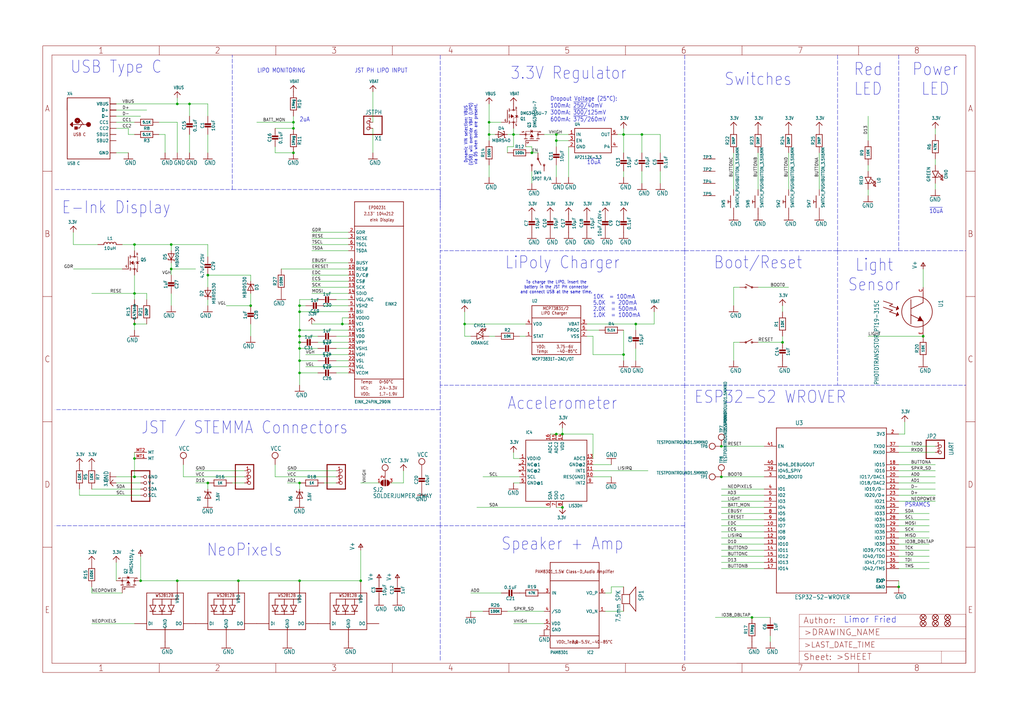
<source format=kicad_sch>
(kicad_sch (version 20211123) (generator eeschema)
  (paper "User" 425.45 299.161)
  (junction (at 124.46 154.94))
  (junction (at 231.14 180.34))
  (junction (at 55.88 121.92))
  (junction (at 124.46 139.7))
  (junction (at 124.46 137.16))
  (junction (at 121.92 50.8))
  (junction (at 99.06 241.3))
  (junction (at 71.12 101.6))
  (junction (at 55.88 198.12))
  (junction (at 124.46 200.66))
  (junction (at 203.2 50.8))
  (junction (at 266.7 55.88))
  (junction (at 383.54 139.7))
  (junction (at 55.88 134.62))
  (junction (at 231.14 58.42))
  (junction (at 71.12 111.76))
  (junction (at 104.14 127))
  (junction (at 373.38 243.84))
  (junction (at 124.46 144.78))
  (junction (at 142.24 134.62))
  (junction (at 86.36 200.66))
  (junction (at 55.88 101.6))
  (junction (at 220.98 63.5))
  (junction (at 73.66 43.18))
  (junction (at 233.68 180.34))
  (junction (at 124.46 129.54))
  (junction (at 55.88 190.5))
  (junction (at 149.86 241.3))
  (junction (at 86.36 114.3))
  (junction (at 78.74 43.18))
  (junction (at 58.42 241.3))
  (junction (at 124.46 127))
  (junction (at 193.04 134.62))
  (junction (at 325.12 142.24))
  (junction (at 312.42 256.54))
  (junction (at 124.46 142.24))
  (junction (at 231.14 55.88))
  (junction (at 203.2 55.88))
  (junction (at 264.16 134.62))
  (junction (at 259.08 147.32))
  (junction (at 233.68 210.82))
  (junction (at 124.46 241.3))
  (junction (at 213.36 55.88))
  (junction (at 299.72 198.12))
  (junction (at 124.46 149.86))
  (junction (at 259.08 55.88))
  (junction (at 121.92 63.5))
  (junction (at 299.72 185.42))
  (junction (at 121.92 53.34))
  (junction (at 73.66 241.3))
  (wire (pts (xy 144.78 142.24) (xy 132.08 142.24)))
  (wire (pts (xy 55.88 198.12) (xy 58.42 198.12)))
  (polyline (pts (xy 182.88 160.02) (xy 182.88 104.14)))
  (wire (pts (xy 320.04 256.54) (xy 312.42 256.54)))
  (wire (pts (xy 386.08 236.22) (xy 373.38 236.22)))
  (wire (pts (xy 388.62 76.2) (xy 388.62 78.74)))
  (wire (pts (xy 55.88 190.5) (xy 55.88 198.12)))
  (wire (pts (xy 373.38 241.3) (xy 373.38 243.84)))
  (wire (pts (xy 325.12 127) (xy 325.12 129.54)))
  (polyline (pts (xy 96.52 78.74) (xy 182.88 78.74)))
  (wire (pts (xy 373.38 228.6) (xy 386.08 228.6)))
  (wire (pts (xy 60.96 121.92) (xy 60.96 124.46)))
  (wire (pts (xy 68.58 55.88) (xy 68.58 63.5)))
  (wire (pts (xy 373.38 233.68) (xy 386.08 233.68)))
  (wire (pts (xy 203.2 73.66) (xy 203.2 68.58)))
  (wire (pts (xy 264.16 134.62) (xy 271.78 134.62)))
  (wire (pts (xy 144.78 114.3) (xy 129.54 114.3)))
  (wire (pts (xy 213.36 190.5) (xy 213.36 187.96)))
  (wire (pts (xy 55.88 121.92) (xy 38.1 121.92)))
  (wire (pts (xy 340.36 63.5) (xy 340.36 78.74)))
  (wire (pts (xy 226.06 55.88) (xy 231.14 55.88)))
  (wire (pts (xy 86.36 43.18) (xy 78.74 43.18)))
  (wire (pts (xy 124.46 200.66) (xy 119.38 200.66)))
  (wire (pts (xy 157.48 200.66) (xy 149.86 200.66)))
  (wire (pts (xy 58.42 241.3) (xy 73.66 241.3)))
  (wire (pts (xy 116.84 111.76) (xy 144.78 111.76)))
  (wire (pts (xy 48.26 200.66) (xy 58.42 200.66)))
  (wire (pts (xy 101.6 200.66) (xy 96.52 200.66)))
  (wire (pts (xy 373.38 180.34) (xy 375.92 180.34)))
  (wire (pts (xy 193.04 134.62) (xy 218.44 134.62)))
  (wire (pts (xy 154.94 38.1) (xy 154.94 50.8)))
  (wire (pts (xy 325.12 139.7) (xy 325.12 142.24)))
  (wire (pts (xy 243.84 137.16) (xy 248.92 137.16)))
  (wire (pts (xy 99.06 241.3) (xy 124.46 241.3)))
  (polyline (pts (xy 284.48 104.14) (xy 347.98 104.14)))
  (wire (pts (xy 71.12 114.3) (xy 71.12 111.76)))
  (wire (pts (xy 55.88 121.92) (xy 60.96 121.92)))
  (wire (pts (xy 205.74 55.88) (xy 203.2 55.88)))
  (wire (pts (xy 231.14 60.96) (xy 231.14 58.42)))
  (wire (pts (xy 55.88 101.6) (xy 71.12 101.6)))
  (wire (pts (xy 373.38 193.04) (xy 388.62 193.04)))
  (wire (pts (xy 373.38 203.2) (xy 388.62 203.2)))
  (wire (pts (xy 299.72 226.06) (xy 317.5 226.06)))
  (wire (pts (xy 231.14 68.58) (xy 231.14 73.66)))
  (polyline (pts (xy 182.88 218.44) (xy 22.86 218.44)))
  (wire (pts (xy 129.54 119.38) (xy 144.78 119.38)))
  (wire (pts (xy 388.62 68.58) (xy 388.62 66.04)))
  (polyline (pts (xy 347.98 22.86) (xy 347.98 104.14)))
  (wire (pts (xy 271.78 129.54) (xy 271.78 134.62)))
  (wire (pts (xy 86.36 48.26) (xy 86.36 43.18)))
  (wire (pts (xy 259.08 137.16) (xy 259.08 147.32)))
  (wire (pts (xy 299.72 218.44) (xy 317.5 218.44)))
  (wire (pts (xy 386.08 231.14) (xy 373.38 231.14)))
  (wire (pts (xy 48.26 43.18) (xy 73.66 43.18)))
  (wire (pts (xy 213.36 200.66) (xy 215.9 200.66)))
  (wire (pts (xy 58.42 203.2) (xy 38.1 203.2)))
  (wire (pts (xy 299.72 228.6) (xy 317.5 228.6)))
  (wire (pts (xy 226.06 259.08) (xy 213.36 259.08)))
  (polyline (pts (xy 182.88 86.36) (xy 182.88 22.86)))
  (wire (pts (xy 124.46 124.46) (xy 124.46 127)))
  (wire (pts (xy 373.38 226.06) (xy 386.08 226.06)))
  (wire (pts (xy 124.46 139.7) (xy 124.46 137.16)))
  (wire (pts (xy 124.46 241.3) (xy 149.86 241.3)))
  (wire (pts (xy 38.1 246.38) (xy 38.1 243.84)))
  (wire (pts (xy 307.34 119.38) (xy 304.8 119.38)))
  (wire (pts (xy 317.5 223.52) (xy 299.72 223.52)))
  (wire (pts (xy 139.7 149.86) (xy 144.78 149.86)))
  (wire (pts (xy 50.8 246.38) (xy 38.1 246.38)))
  (wire (pts (xy 104.14 116.84) (xy 104.14 114.3)))
  (wire (pts (xy 259.08 71.12) (xy 259.08 73.66)))
  (wire (pts (xy 246.38 180.34) (xy 233.68 180.34)))
  (wire (pts (xy 373.38 223.52) (xy 386.08 223.52)))
  (wire (pts (xy 314.96 142.24) (xy 325.12 142.24)))
  (wire (pts (xy 81.28 111.76) (xy 71.12 111.76)))
  (wire (pts (xy 144.78 109.22) (xy 129.54 109.22)))
  (wire (pts (xy 383.54 139.7) (xy 360.68 139.7)))
  (wire (pts (xy 30.48 111.76) (xy 50.8 111.76)))
  (wire (pts (xy 33.02 205.74) (xy 33.02 203.2)))
  (wire (pts (xy 314.96 63.5) (xy 314.96 78.74)))
  (wire (pts (xy 373.38 215.9) (xy 386.08 215.9)))
  (wire (pts (xy 139.7 200.66) (xy 134.62 200.66)))
  (polyline (pts (xy 373.38 104.14) (xy 401.32 104.14)))
  (polyline (pts (xy 284.48 22.86) (xy 284.48 104.14)))
  (polyline (pts (xy 182.88 78.74) (xy 182.88 104.14)))
  (polyline (pts (xy 284.48 104.14) (xy 284.48 160.02)))
  (wire (pts (xy 132.08 144.78) (xy 124.46 144.78)))
  (wire (pts (xy 78.74 43.18) (xy 73.66 43.18)))
  (wire (pts (xy 213.36 60.96) (xy 213.36 55.88)))
  (wire (pts (xy 373.38 187.96) (xy 388.62 187.96)))
  (wire (pts (xy 93.98 127) (xy 104.14 127)))
  (wire (pts (xy 203.2 139.7) (xy 205.74 139.7)))
  (polyline (pts (xy 284.48 274.32) (xy 284.48 218.44)))
  (wire (pts (xy 215.9 190.5) (xy 213.36 190.5)))
  (wire (pts (xy 215.9 198.12) (xy 200.66 198.12)))
  (polyline (pts (xy 182.88 218.44) (xy 182.88 160.02)))
  (wire (pts (xy 373.38 198.12) (xy 388.62 198.12)))
  (wire (pts (xy 373.38 220.98) (xy 386.08 220.98)))
  (wire (pts (xy 373.38 218.44) (xy 386.08 218.44)))
  (wire (pts (xy 55.88 101.6) (xy 50.8 101.6)))
  (wire (pts (xy 55.88 124.46) (xy 55.88 121.92)))
  (wire (pts (xy 58.42 241.3) (xy 58.42 231.14)))
  (wire (pts (xy 200.66 254) (xy 195.58 254)))
  (wire (pts (xy 124.46 154.94) (xy 124.46 149.86)))
  (wire (pts (xy 254 243.84) (xy 259.08 243.84)))
  (wire (pts (xy 121.92 50.8) (xy 121.92 53.34)))
  (wire (pts (xy 71.12 109.22) (xy 71.12 111.76)))
  (wire (pts (xy 162.56 200.66) (xy 167.64 200.66)))
  (wire (pts (xy 139.7 144.78) (xy 144.78 144.78)))
  (wire (pts (xy 195.58 139.7) (xy 193.04 139.7)))
  (wire (pts (xy 317.5 231.14) (xy 299.72 231.14)))
  (wire (pts (xy 144.78 147.32) (xy 127 147.32)))
  (wire (pts (xy 66.04 55.88) (xy 68.58 55.88)))
  (polyline (pts (xy 284.48 218.44) (xy 182.88 218.44)))
  (wire (pts (xy 55.88 104.14) (xy 55.88 101.6)))
  (wire (pts (xy 373.38 208.28) (xy 388.62 208.28)))
  (wire (pts (xy 124.46 160.02) (xy 124.46 154.94)))
  (wire (pts (xy 223.52 63.5) (xy 220.98 63.5)))
  (wire (pts (xy 251.46 246.38) (xy 254 246.38)))
  (wire (pts (xy 312.42 256.54) (xy 297.18 256.54)))
  (wire (pts (xy 360.68 81.28) (xy 360.68 78.74)))
  (wire (pts (xy 78.74 63.5) (xy 78.74 55.88)))
  (polyline (pts (xy 22.86 78.74) (xy 96.52 78.74)))
  (wire (pts (xy 132.08 124.46) (xy 124.46 124.46)))
  (wire (pts (xy 317.5 185.42) (xy 299.72 185.42)))
  (wire (pts (xy 360.68 68.58) (xy 360.68 71.12)))
  (wire (pts (xy 144.78 124.46) (xy 139.7 124.46)))
  (wire (pts (xy 86.36 203.2) (xy 86.36 200.66)))
  (wire (pts (xy 220.98 76.2) (xy 220.98 71.12)))
  (wire (pts (xy 86.36 55.88) (xy 86.36 63.5)))
  (wire (pts (xy 55.88 187.96) (xy 55.88 190.5)))
  (wire (pts (xy 327.66 63.5) (xy 327.66 78.74)))
  (wire (pts (xy 246.38 193.04) (xy 254 193.04)))
  (wire (pts (xy 264.16 144.78) (xy 264.16 149.86)))
  (polyline (pts (xy 347.98 160.02) (xy 401.32 160.02)))
  (wire (pts (xy 373.38 185.42) (xy 388.62 185.42)))
  (wire (pts (xy 48.26 50.8) (xy 55.88 50.8)))
  (wire (pts (xy 55.88 137.16) (xy 55.88 134.62)))
  (wire (pts (xy 121.92 50.8) (xy 106.68 50.8)))
  (wire (pts (xy 129.54 116.84) (xy 144.78 116.84)))
  (wire (pts (xy 226.06 254) (xy 210.82 254)))
  (wire (pts (xy 144.78 127) (xy 134.62 127)))
  (wire (pts (xy 375.92 180.34) (xy 375.92 175.26)))
  (wire (pts (xy 114.3 198.12) (xy 114.3 193.04)))
  (wire (pts (xy 233.68 180.34) (xy 231.14 180.34)))
  (wire (pts (xy 48.26 48.26) (xy 58.42 48.26)))
  (wire (pts (xy 243.84 139.7) (xy 246.38 139.7)))
  (wire (pts (xy 139.7 154.94) (xy 144.78 154.94)))
  (wire (pts (xy 236.22 58.42) (xy 231.14 58.42)))
  (wire (pts (xy 236.22 60.96) (xy 236.22 73.66)))
  (wire (pts (xy 274.32 71.12) (xy 274.32 76.2)))
  (wire (pts (xy 231.14 58.42) (xy 231.14 55.88)))
  (wire (pts (xy 218.44 60.96) (xy 220.98 60.96)))
  (wire (pts (xy 317.5 236.22) (xy 299.72 236.22)))
  (wire (pts (xy 203.2 58.42) (xy 203.2 55.88)))
  (wire (pts (xy 144.78 121.92) (xy 129.54 121.92)))
  (wire (pts (xy 388.62 55.88) (xy 388.62 53.34)))
  (wire (pts (xy 246.38 195.58) (xy 269.24 195.58)))
  (wire (pts (xy 259.08 254) (xy 251.46 254)))
  (wire (pts (xy 104.14 114.3) (xy 86.36 114.3)))
  (polyline (pts (xy 373.38 22.86) (xy 373.38 104.14)))
  (wire (pts (xy 320.04 266.7) (xy 320.04 264.16)))
  (wire (pts (xy 246.38 198.12) (xy 254 198.12)))
  (wire (pts (xy 144.78 139.7) (xy 139.7 139.7)))
  (wire (pts (xy 215.9 139.7) (xy 218.44 139.7)))
  (wire (pts (xy 55.88 259.08) (xy 38.1 259.08)))
  (wire (pts (xy 142.24 132.08) (xy 142.24 134.62)))
  (wire (pts (xy 114.3 63.5) (xy 114.3 60.96)))
  (polyline (pts (xy 347.98 104.14) (xy 373.38 104.14)))
  (wire (pts (xy 208.28 50.8) (xy 203.2 50.8)))
  (wire (pts (xy 124.46 149.86) (xy 124.46 144.78)))
  (wire (pts (xy 266.7 71.12) (xy 266.7 76.2)))
  (wire (pts (xy 299.72 213.36) (xy 317.5 213.36)))
  (wire (pts (xy 254 246.38) (xy 254 243.84)))
  (wire (pts (xy 124.46 129.54) (xy 124.46 127)))
  (wire (pts (xy 78.74 43.18) (xy 78.74 48.26)))
  (wire (pts (xy 30.48 96.52) (xy 30.48 101.6)))
  (wire (pts (xy 73.66 40.64) (xy 73.66 43.18)))
  (wire (pts (xy 264.16 134.62) (xy 243.84 134.62)))
  (wire (pts (xy 53.34 55.88) (xy 55.88 55.88)))
  (wire (pts (xy 264.16 137.16) (xy 264.16 134.62)))
  (wire (pts (xy 213.36 53.34) (xy 213.36 55.88)))
  (wire (pts (xy 129.54 104.14) (xy 144.78 104.14)))
  (wire (pts (xy 246.38 190.5) (xy 246.38 180.34)))
  (wire (pts (xy 121.92 48.26) (xy 121.92 50.8)))
  (wire (pts (xy 129.54 99.06) (xy 144.78 99.06)))
  (wire (pts (xy 132.08 149.86) (xy 124.46 149.86)))
  (wire (pts (xy 101.6 195.58) (xy 81.28 195.58)))
  (wire (pts (xy 73.66 241.3) (xy 99.06 241.3)))
  (wire (pts (xy 124.46 144.78) (xy 124.46 142.24)))
  (wire (pts (xy 259.08 55.88) (xy 259.08 53.34)))
  (polyline (pts (xy 284.48 218.44) (xy 284.48 160.02)))
  (wire (pts (xy 231.14 180.34) (xy 228.6 180.34)))
  (wire (pts (xy 142.24 134.62) (xy 144.78 134.62)))
  (wire (pts (xy 132.08 154.94) (xy 124.46 154.94)))
  (wire (pts (xy 48.26 45.72) (xy 60.96 45.72)))
  (wire (pts (xy 299.72 210.82) (xy 317.5 210.82)))
  (wire (pts (xy 139.7 195.58) (xy 119.38 195.58)))
  (wire (pts (xy 259.08 55.88) (xy 266.7 55.88)))
  (wire (pts (xy 256.54 55.88) (xy 259.08 55.88)))
  (wire (pts (xy 373.38 205.74) (xy 388.62 205.74)))
  (wire (pts (xy 76.2 198.12) (xy 76.2 193.04)))
  (wire (pts (xy 104.14 139.7) (xy 104.14 134.62)))
  (wire (pts (xy 76.2 198.12) (xy 101.6 198.12)))
  (wire (pts (xy 55.88 114.3) (xy 55.88 121.92)))
  (wire (pts (xy 373.38 200.66) (xy 388.62 200.66)))
  (wire (pts (xy 360.68 48.26) (xy 360.68 58.42)))
  (wire (pts (xy 48.26 53.34) (xy 53.34 53.34)))
  (wire (pts (xy 373.38 195.58) (xy 388.62 195.58)))
  (wire (pts (xy 317.5 215.9) (xy 299.72 215.9)))
  (wire (pts (xy 129.54 101.6) (xy 144.78 101.6)))
  (wire (pts (xy 144.78 132.08) (xy 142.24 132.08)))
  (wire (pts (xy 203.2 55.88) (xy 203.2 50.8)))
  (wire (pts (xy 53.34 53.34) (xy 53.34 55.88)))
  (wire (pts (xy 299.72 208.28) (xy 317.5 208.28)))
  (wire (pts (xy 210.82 55.88) (xy 213.36 55.88)))
  (wire (pts (xy 193.04 139.7) (xy 193.04 134.62)))
  (wire (pts (xy 66.04 50.8) (xy 73.66 50.8)))
  (wire (pts (xy 304.8 119.38) (xy 304.8 127)))
  (wire (pts (xy 144.78 129.54) (xy 124.46 129.54)))
  (wire (pts (xy 114.3 198.12) (xy 139.7 198.12)))
  (wire (pts (xy 124.46 127) (xy 127 127)))
  (wire (pts (xy 48.26 233.68) (xy 48.26 241.3)))
  (wire (pts (xy 317.5 203.2) (xy 299.72 203.2)))
  (wire (pts (xy 71.12 101.6) (xy 86.36 101.6)))
  (wire (pts (xy 246.38 147.32) (xy 259.08 147.32)))
  (wire (pts (xy 71.12 121.92) (xy 71.12 127)))
  (wire (pts (xy 236.22 55.88) (xy 231.14 55.88)))
  (wire (pts (xy 299.72 220.98) (xy 317.5 220.98)))
  (wire (pts (xy 86.36 119.38) (xy 86.36 114.3)))
  (wire (pts (xy 58.42 205.74) (xy 33.02 205.74)))
  (polyline (pts (xy 182.88 274.32) (xy 182.88 218.44)))
  (polyline (pts (xy 347.98 104.14) (xy 347.98 160.02)))
  (polyline (pts (xy 284.48 160.02) (xy 182.88 160.02)))
  (wire (pts (xy 266.7 55.88) (xy 274.32 55.88)))
  (wire (pts (xy 314.96 119.38) (xy 327.66 119.38)))
  (wire (pts (xy 304.8 78.74) (xy 304.8 63.5)))
  (wire (pts (xy 53.34 63.5) (xy 48.26 63.5)))
  (wire (pts (xy 124.46 142.24) (xy 124.46 139.7)))
  (wire (pts (xy 317.5 198.12) (xy 299.72 198.12)))
  (polyline (pts (xy 182.88 170.18) (xy 22.86 170.18)))
  (wire (pts (xy 144.78 137.16) (xy 124.46 137.16)))
  (wire (pts (xy 246.38 139.7) (xy 246.38 147.32)))
  (wire (pts (xy 233.68 177.8) (xy 233.68 180.34)))
  (wire (pts (xy 231.14 210.82) (xy 233.68 210.82)))
  (wire (pts (xy 114.3 53.34) (xy 121.92 53.34)))
  (wire (pts (xy 55.88 198.12) (xy 48.26 198.12)))
  (wire (pts (xy 259.08 147.32) (xy 259.08 149.86)))
  (wire (pts (xy 124.46 203.2) (xy 124.46 200.66)))
  (wire (pts (xy 386.08 213.36) (xy 373.38 213.36)))
  (wire (pts (xy 274.32 55.88) (xy 274.32 63.5)))
  (wire (pts (xy 73.66 50.8) (xy 73.66 63.5)))
  (polyline (pts (xy 284.48 160.02) (xy 347.98 160.02)))
  (wire (pts (xy 266.7 55.88) (xy 266.7 63.5)))
  (wire (pts (xy 304.8 142.24) (xy 304.8 149.86)))
  (wire (pts (xy 86.36 124.46) (xy 86.36 127)))
  (wire (pts (xy 220.98 60.96) (xy 220.98 63.5)))
  (wire (pts (xy 210.82 63.5) (xy 210.82 60.96)))
  (wire (pts (xy 132.08 139.7) (xy 124.46 139.7)))
  (wire (pts (xy 193.04 129.54) (xy 193.04 134.62)))
  (wire (pts (xy 203.2 50.8) (xy 203.2 43.18)))
  (wire (pts (xy 167.64 200.66) (xy 167.64 195.58)))
  (wire (pts (xy 86.36 101.6) (xy 86.36 106.68)))
  (wire (pts (xy 210.82 60.96) (xy 213.36 60.96)))
  (wire (pts (xy 154.94 63.5) (xy 154.94 53.34)))
  (wire (pts (xy 228.6 210.82) (xy 198.12 210.82)))
  (wire (pts (xy 121.92 63.5) (xy 114.3 63.5)))
  (wire (pts (xy 317.5 205.74) (xy 299.72 205.74)))
  (wire (pts (xy 307.34 142.24) (xy 304.8 142.24)))
  (wire (pts (xy 124.46 137.16) (xy 124.46 129.54)))
  (polyline (pts (xy 96.52 78.74) (xy 96.52 22.86)))
  (wire (pts (xy 144.78 96.52) (xy 129.54 96.52)))
  (wire (pts (xy 30.48 101.6) (xy 40.64 101.6)))
  (polyline (pts (xy 284.48 104.14) (xy 182.88 104.14)))
  (wire (pts (xy 144.78 152.4) (xy 127 152.4)))
  (wire (pts (xy 383.54 111.76) (xy 383.54 119.38)))
  (wire (pts (xy 208.28 246.38) (xy 195.58 246.38)))
  (wire (pts (xy 259.08 63.5) (xy 259.08 55.88)))
  (wire (pts (xy 86.36 200.66) (xy 81.28 200.66)))
  (wire (pts (xy 104.14 127) (xy 104.14 121.92)))
  (wire (pts (xy 215.9 55.88) (xy 213.36 55.88)))
  (wire (pts (xy 149.86 241.3) (xy 149.86 228.6)))
  (wire (pts (xy 71.12 101.6) (xy 71.12 104.14)))
  (wire (pts (xy 317.5 233.68) (xy 299.72 233.68)))
  (wire (pts (xy 142.24 134.62) (xy 129.54 134.62)))
  (wire (pts (xy 60.96 134.62) (xy 55.88 134.62)))
  (text "Dropout Voltage (25°C):\n100mA: ~{250/}40mV\n300mA: ~{300/}125mV\n600mA: ~{375/}260mV" (at 228.6 50.8 0) (effects (font (size 1.778 1.5113)) (justify left bottom)))
  (text "E-Ink Display" (at 48.26 86.36 180) (effects (font (size 5.08 4.318))))
  (text "1.0K  = 1000mA" (at 246.38 132.08 180) (effects (font (size 1.778 1.5113)) (justify left bottom)))
  (text "Dynamic VIN selection: VBUS\n(USB) will override VBAT (LIPO)\nvia D5 when both are present." (at 195.58 55.88 90) (effects (font (size 1.27 1.0795))))
  (text "2.0K  = 500mA" (at 246.38 129.54 180) (effects (font (size 1.778 1.5113)) (justify left bottom)))
  (text "To charge the LIPO, insert the\nbattery in the JST PH connector\nand connect USB at the same time." (at 231.14 119.38 0) (effects (font (size 1.27 1.0795))))
  (text "10K  = 100mA" (at 246.38 124.46 180) (effects (font (size 1.778 1.5113)) (justify left bottom)))
  (text "USB Type C" (at 48.26 27.94 180) (effects (font (size 5.08 4.318))))
  (text "JST / STEMMA Connectors" (at 101.6 177.8 180) (effects (font (size 5.08 4.318))))
  (text "NeoPixels" (at 101.6 228.6 180) (effects (font (size 5.08 4.318))))
  (text "2uA" (at 124.46 50.8 180) (effects (font (size 1.778 1.5113)) (justify left bottom)))
  (text "LIPO MONITORING" (at 116.84 30.48 180) (effects (font (size 1.778 1.5113)) (justify bottom)))
  (text "Red\nLED" (at 360.68 33.02 180) (effects (font (size 5.08 4.318))))
  (text "~{10uA}" (at 243.84 68.58 180) (effects (font (size 1.778 1.5113)) (justify left bottom)))
  (text "3.3V Regulator" (at 236.22 30.48 180) (effects (font (size 5.08 4.318))))
  (text "JST PH LIPO INPUT" (at 147.32 30.48 180) (effects (font (size 1.778 1.5113)) (justify left bottom)))
  (text "ESP32-S2 WROVER" (at 320.04 165.1 180) (effects (font (size 5.08 4.318))))
  (text "LiPoly Charger" (at 233.68 109.22 180) (effects (font (size 5.08 4.318))))
  (text "Switches" (at 314.96 33.02 180) (effects (font (size 5.08 4.318))))
  (text "Power\nLED" (at 388.62 33.02 180) (effects (font (size 5.08 4.318))))
  (text "Speaker + Amp" (at 233.68 226.06 180) (effects (font (size 5.08 4.318))))
  (text "Limor Fried" (at 350.52 259.08 180) (effects (font (size 2.54 2.54)) (justify left bottom)))
  (text "Boot/Reset" (at 314.96 109.22 180) (effects (font (size 5.08 4.318))))
  (text "~{10uA}" (at 386.08 88.9 180) (effects (font (size 1.778 1.5113)) (justify left bottom)))
  (text "PSRAMCS" (at 375.92 210.82 180) (effects (font (size 1.778 1.5113)) (justify left bottom)))
  (text "Light\nSensor" (at 363.22 114.3 180) (effects (font (size 5.08 4.318))))
  (text "Accelerometer" (at 233.68 167.64 180) (effects (font (size 5.08 4.318))))
  (text "5.0K  = 200mA" (at 246.38 127 180) (effects (font (size 1.778 1.5113)) (justify left bottom)))
  (label "MISO" (at 375.92 223.52 0) (effects (font (size 1.2446 1.2446))))
  (label "SDA" (at 48.26 203.2 0) (effects (font (size 1.2446 1.2446))))
  (label "CC2" (at 50.8 53.34 0) (effects (font (size 1.2446 1.2446))))
  (label "NEOPIXELS" (at 38.1 259.08 0) (effects (font (size 1.2446 1.2446))))
  (label "VHIGH" (at 213.36 259.08 0) (effects (font (size 1.2446 1.2446))))
  (label "TDO" (at 375.92 231.14 0) (effects (font (size 1.2446 1.2446))))
  (label "VCC" (at 81.28 198.12 0) (effects (font (size 1.2446 1.2446))))
  (label "AD1" (at 378.46 200.66 0) (effects (font (size 1.2446 1.2446))))
  (label "NEOPOWER" (at 38.1 246.38 0) (effects (font (size 1.2446 1.2446))))
  (label "BUTTOND" (at 327.66 73.66 90) (effects (font (size 1.2446 1.2446))))
  (label "TSCL" (at 129.54 101.6 0) (effects (font (size 1.2446 1.2446))))
  (label "D13" (at 302.26 233.68 0) (effects (font (size 1.2446 1.2446))))
  (label "SDA" (at 203.2 210.82 0) (effects (font (size 1.2446 1.2446))))
  (label "RESE" (at 45.72 121.92 0) (effects (font (size 1.2446 1.2446))))
  (label "D-" (at 50.8 48.26 0) (effects (font (size 1.2446 1.2446))))
  (label "ECS" (at 302.26 220.98 0) (effects (font (size 1.2446 1.2446))))
  (label "SCL" (at 375.92 215.9 0) (effects (font (size 1.2446 1.2446))))
  (label "EBUSY" (at 129.54 109.22 0) (effects (font (size 1.2446 1.2446))))
  (label "MOSI" (at 375.92 218.44 0) (effects (font (size 1.2446 1.2446))))
  (label "LIGHT" (at 302.26 208.28 0) (effects (font (size 1.2446 1.2446))))
  (label "BUTTONA" (at 378.46 193.04 0) (effects (font (size 1.2446 1.2446))))
  (label "SCK" (at 375.92 220.98 0) (effects (font (size 1.2446 1.2446))))
  (label "VGL" (at 93.98 127 180) (effects (font (size 1.2446 1.2446))))
  (label "SPKR_SD" (at 213.36 254 0) (effects (font (size 1.2446 1.2446))))
  (label "GDR" (at 30.48 111.76 180) (effects (font (size 1.2446 1.2446))))
  (label "AD0" (at 378.46 198.12 0) (effects (font (size 1.2446 1.2446))))
  (label "BATT_MON" (at 109.22 50.8 0) (effects (font (size 1.2446 1.2446))))
  (label "MOSI" (at 129.54 121.92 0) (effects (font (size 1.2446 1.2446))))
  (label "BOOT0" (at 320.04 119.38 0) (effects (font (size 1.2446 1.2446))))
  (label "TMS" (at 375.92 236.22 0) (effects (font (size 1.2446 1.2446))))
  (label "SDA" (at 375.92 213.36 0) (effects (font (size 1.2446 1.2446))))
  (label "ECS" (at 129.54 116.84 0) (effects (font (size 1.2446 1.2446))))
  (label "GND" (at 81.28 195.58 0) (effects (font (size 1.2446 1.2446))))
  (label "BUTTONC" (at 304.8 73.66 90) (effects (font (size 1.2446 1.2446))))
  (label "NEOPOWER" (at 378.46 208.28 0) (effects (font (size 1.2446 1.2446))))
  (label "D-" (at 378.46 203.2 0) (effects (font (size 1.2446 1.2446))))
  (label "RXD0" (at 378.46 187.96 0) (effects (font (size 1.2446 1.2446))))
  (label "D10" (at 302.26 226.06 0) (effects (font (size 1.2446 1.2446))))
  (label "BUTTONB" (at 314.96 73.66 90) (effects (font (size 1.2446 1.2446))))
  (label "CC1" (at 50.8 50.8 0) (effects (font (size 1.2446 1.2446))))
  (label "EBUSY" (at 302.26 213.36 0) (effects (font (size 1.2446 1.2446))))
  (label "LISIRQ" (at 256.54 195.58 0) (effects (font (size 1.2446 1.2446))))
  (label "VCC" (at 119.38 198.12 0) (effects (font (size 1.2446 1.2446))))
  (label "BUTTONA" (at 340.36 73.66 90) (effects (font (size 1.2446 1.2446))))
  (label "SCL" (at 48.26 205.74 0) (effects (font (size 1.2446 1.2446))))
  (label "AD0" (at 195.58 246.38 0) (effects (font (size 1.2446 1.2446))))
  (label "D+" (at 378.46 205.74 0) (effects (font (size 1.2446 1.2446))))
  (label "RESET" (at 314.96 142.24 0) (effects (font (size 1.3513 1.3513))))
  (label "VGH" (at 71.12 114.3 180) (effects (font (size 1.2446 1.2446))))
  (label "SPKR_SD" (at 378.46 195.58 0) (effects (font (size 1.2446 1.2446))))
  (label "ERESET" (at 302.26 215.9 0) (effects (font (size 1.2446 1.2446))))
  (label "GDR" (at 129.54 96.52 0) (effects (font (size 1.2446 1.2446))))
  (label "RESET" (at 302.26 185.42 0) (effects (font (size 1.2446 1.2446))))
  (label "EDC" (at 129.54 114.3 0) (effects (font (size 1.2446 1.2446))))
  (label "D13" (at 360.68 55.88 90) (effects (font (size 1.2446 1.2446))))
  (label "LISIRQ" (at 302.26 223.52 0) (effects (font (size 1.2446 1.2446))))
  (label "BUTTONC" (at 302.26 231.14 0) (effects (font (size 1.2446 1.2446))))
  (label "BUTTOND" (at 302.26 228.6 0) (effects (font (size 1.2446 1.2446))))
  (label "EN" (at 220.98 63.5 0) (effects (font (size 1.2446 1.2446))))
  (label "NEOPIXELS" (at 302.26 203.2 0) (effects (font (size 1.2446 1.2446))))
  (label "SCK" (at 129.54 119.38 0) (effects (font (size 1.2446 1.2446))))
  (label "BOOT0" (at 302.26 198.12 0) (effects (font (size 1.2446 1.2446))))
  (label "BUTTONB" (at 302.26 236.22 0) (effects (font (size 1.2446 1.2446))))
  (label "GND" (at 119.38 195.58 0) (effects (font (size 1.2446 1.2446))))
  (label "TDI" (at 375.92 233.68 0) (effects (font (size 1.2446 1.2446))))
  (label "VGH" (at 127 147.32 0) (effects (font (size 1.2446 1.2446))))
  (label "TSDA" (at 129.54 104.14 0) (effects (font (size 1.2446 1.2446))))
  (label "IO38_DBLTAP" (at 299.72 256.54 0) (effects (font (size 1.2446 1.2446))))
  (label "AD1" (at 119.38 200.66 0) (effects (font (size 1.2446 1.2446))))
  (label "VHIGH" (at 152.4 200.66 90) (effects (font (size 1.2446 1.2446))))
  (label "VGL" (at 127 152.4 0) (effects (font (size 1.2446 1.2446))))
  (label "AD3" (at 302.26 205.74 0) (effects (font (size 1.2446 1.2446))))
  (label "D10" (at 81.28 200.66 0) (effects (font (size 1.2446 1.2446))))
  (label "VHIGH" (at 233.68 55.88 180) (effects (font (size 1.2446 1.2446))))
  (label "D+" (at 50.8 45.72 0) (effects (font (size 1.2446 1.2446))))
  (label "ERESET" (at 129.54 111.76 0) (effects (font (size 1.2446 1.2446))))
  (label "IO38_DBLTAP" (at 375.92 226.06 0) (effects (font (size 1.2446 1.2446))))
  (label "TCK" (at 375.92 228.6 0) (effects (font (size 1.2446 1.2446))))
  (label "VBUS" (at 50.8 43.18 0) (effects (font (size 1.2446 1.2446))))
  (label "EDC" (at 302.26 218.44 0) (effects (font (size 1.2446 1.2446))))
  (label "BATT_MON" (at 302.26 210.82 0) (effects (font (size 1.2446 1.2446))))
  (label "SCL" (at 203.2 198.12 0) (effects (font (size 1.2446 1.2446))))
  (label "LIGHT" (at 360.68 139.7 0) (effects (font (size 1.2446 1.2446))))
  (label "TXD0" (at 378.46 185.42 0) (effects (font (size 1.2446 1.2446))))
  (label "RESE" (at 129.54 99.06 0) (effects (font (size 1.2446 1.2446))))
  (symbol (lib_id "schematicEagle-eagle-import:GND") (at 360.68 83.82 0) (unit 1)
    (property "Reference" "#GND17" (effects hide))
    (property "Value" "GND" (at 358.14 86.36 0) (effects (font (size 1.778 1.5113)) (justify left bottom)))
    (property "Footprint" "schematicEagle:" (effects hide))
  )
  (symbol (lib_id "schematicEagle-eagle-import:GND") (at 304.8 129.54 0) (unit 1)
    (property "Reference" "#U$51" (effects hide))
    (property "Value" "GND" (at 303.276 132.08 0) (effects (font (size 1.778 1.5113)) (justify left bottom)))
    (property "Footprint" "schematicEagle:" (effects hide))
  )
  (symbol (lib_id "schematicEagle-eagle-import:SWITCH_SPST_TACT_RA") (at 309.88 119.38 0) (mirror y) (unit 1)
    (property "Reference" "SW1" (effects hide))
    (property "Value" "RA_TACT" (effects hide))
    (property "Footprint" "schematicEagle:SPST_TACTILE_RA" (effects hide))
  )
  (symbol (lib_id "schematicEagle-eagle-import:CAP_CERAMIC0805-NOOUTLINE") (at 266.7 68.58 0) (unit 1)
    (property "Reference" "C4" (at 264.41 67.33 90))
    (property "Value" "10µF" (at 269 67.33 90))
    (property "Footprint" "schematicEagle:0805-NO" (effects hide))
  )
  (symbol (lib_id "schematicEagle-eagle-import:VREG_SOT23-5") (at 246.38 58.42 0) (unit 1)
    (property "Reference" "U4" (at 238.76 52.324 0) (effects (font (size 1.27 1.0795)) (justify left bottom)))
    (property "Value" "AP2112K-3.3" (at 238.76 66.04 0) (effects (font (size 1.27 1.0795)) (justify left bottom)))
    (property "Footprint" "schematicEagle:SOT23-5" (effects hide))
  )
  (symbol (lib_id "schematicEagle-eagle-import:VBAT") (at 154.94 35.56 0) (unit 1)
    (property "Reference" "#U$27" (effects hide))
    (property "Value" "VBAT" (at 153.416 34.544 0) (effects (font (size 1.27 1.0795)) (justify left bottom)))
    (property "Footprint" "schematicEagle:" (effects hide))
  )
  (symbol (lib_id "schematicEagle-eagle-import:VCC") (at 76.2 190.5 0) (unit 1)
    (property "Reference" "#SUPPLY1" (effects hide))
    (property "Value" "VCC" (at 74.295 187.325 0) (effects (font (size 1.778 1.5113)) (justify left bottom)))
    (property "Footprint" "schematicEagle:" (effects hide))
  )
  (symbol (lib_id "schematicEagle-eagle-import:PHOTOTRANSISTOR_PT19-315C") (at 381 129.54 0) (unit 1)
    (property "Reference" "U1" (at 389.89 124.46 90) (effects (font (size 1.778 1.5113)) (justify right top)))
    (property "Value" "PHOTOTRANSISTOR_PT19-315C" (at 363.22 124.46 90) (effects (font (size 1.778 1.5113)) (justify right top)))
    (property "Footprint" "schematicEagle:ALS-PT19-315C" (effects hide))
  )
  (symbol (lib_id "schematicEagle-eagle-import:FIDUCIAL_1MM") (at 383.54 259.08 0) (unit 1)
    (property "Reference" "FID2" (effects hide))
    (property "Value" "FIDUCIAL_1MM" (effects hide))
    (property "Footprint" "schematicEagle:FIDUCIAL_1MM" (effects hide))
  )
  (symbol (lib_id "schematicEagle-eagle-import:GND") (at 251.46 99.06 0) (unit 1)
    (property "Reference" "#U$77" (effects hide))
    (property "Value" "GND" (at 249.936 101.6 0) (effects (font (size 1.778 1.5113)) (justify left bottom)))
    (property "Footprint" "schematicEagle:" (effects hide))
  )
  (symbol (lib_id "schematicEagle-eagle-import:RESISTOR_0603_NOOUT") (at 254 137.16 0) (unit 1)
    (property "Reference" "R4" (at 254 134.62 0))
    (property "Value" "5.1k" (at 254 137.16 0) (effects (font (size 1.016 1.016) bold)))
    (property "Footprint" "schematicEagle:0603-NO" (effects hide))
  )
  (symbol (lib_id "schematicEagle-eagle-import:GND") (at 104.14 142.24 0) (mirror y) (unit 1)
    (property "Reference" "#U$78" (effects hide))
    (property "Value" "GND" (at 105.664 144.78 0) (effects (font (size 1.778 1.5113)) (justify left bottom)))
    (property "Footprint" "schematicEagle:" (effects hide))
  )
  (symbol (lib_id "schematicEagle-eagle-import:GND") (at 340.36 91.44 0) (unit 1)
    (property "Reference" "#U$47" (effects hide))
    (property "Value" "GND" (at 338.836 93.98 0) (effects (font (size 1.778 1.5113)) (justify left bottom)))
    (property "Footprint" "schematicEagle:" (effects hide))
  )
  (symbol (lib_id "schematicEagle-eagle-import:WS2812B_4020") (at 68.58 256.54 0) (unit 1)
    (property "Reference" "LED2" (effects hide))
    (property "Value" "WS2812B_4020" (effects hide))
    (property "Footprint" "schematicEagle:WS2812B_4020" (effects hide))
  )
  (symbol (lib_id "schematicEagle-eagle-import:IRLML2060TRPBF") (at 53.34 109.22 0) (unit 1)
    (property "Reference" "Q5" (at 58.42 108.585 0) (effects (font (size 1.27 1.0795)) (justify left bottom)))
    (property "Value" "IRLML0100" (effects hide))
    (property "Footprint" "schematicEagle:SOT23-3" (effects hide))
  )
  (symbol (lib_id "schematicEagle-eagle-import:DIODE-ZENERSOD323") (at 86.36 205.74 90) (unit 1)
    (property "Reference" "D1" (at 83.3374 208.28 0) (effects (font (size 1.27 1.0795)) (justify left bottom)))
    (property "Value" "3.6V" (at 91.2114 208.28 0) (effects (font (size 1.27 1.0795)) (justify left bottom)))
    (property "Footprint" "schematicEagle:SOD-323" (effects hide))
  )
  (symbol (lib_id "schematicEagle-eagle-import:V+") (at 157.48 238.76 0) (unit 1)
    (property "Reference" "#P+3" (effects hide))
    (property "Value" "V+" (at 154.94 241.3 90) (effects (font (size 1.778 1.5113)) (justify left bottom)))
    (property "Footprint" "schematicEagle:" (effects hide))
  )
  (symbol (lib_id "schematicEagle-eagle-import:SWITCH_PUSHBUTTON_3.5X6MM") (at 340.36 83.82 90) (unit 1)
    (property "Reference" "SW7" (at 336.804 86.36 0) (effects (font (size 1.27 1.0795)) (justify left bottom)))
    (property "Value" "SWITCH_PUSHBUTTON_3.5X6MM" (at 342.646 86.36 0) (effects (font (size 1.27 1.0795)) (justify left bottom)))
    (property "Footprint" "schematicEagle:TACTILE_3X6MM" (effects hide))
  )
  (symbol (lib_id "schematicEagle-eagle-import:VBAT") (at 213.36 40.64 0) (unit 1)
    (property "Reference" "#U$59" (effects hide))
    (property "Value" "VBAT" (at 211.836 39.624 0) (effects (font (size 1.27 1.0795)) (justify left bottom)))
    (property "Footprint" "schematicEagle:" (effects hide))
  )
  (symbol (lib_id "schematicEagle-eagle-import:SEWTAP_SMTNUTM3") (at 292.1 81.28 0) (unit 1)
    (property "Reference" "TP5" (at 292.1 81.28 0) (effects (justify left bottom)))
    (property "Value" "SEWTAP_SMTNUTM3" (effects hide))
    (property "Footprint" "schematicEagle:SMT_NUT_3MM" (effects hide))
  )
  (symbol (lib_id "schematicEagle-eagle-import:V+") (at 149.86 226.06 0) (unit 1)
    (property "Reference" "#P+2" (effects hide))
    (property "Value" "V+" (at 147.32 228.6 90) (effects (font (size 1.778 1.5113)) (justify left bottom)))
    (property "Footprint" "schematicEagle:" (effects hide))
  )
  (symbol (lib_id "schematicEagle-eagle-import:VCC") (at 175.26 193.04 0) (unit 1)
    (property "Reference" "#SUPPLY2" (effects hide))
    (property "Value" "VCC" (at 173.355 189.865 0) (effects (font (size 1.778 1.5113)) (justify left bottom)))
    (property "Footprint" "schematicEagle:" (effects hide))
  )
  (symbol (lib_id "schematicEagle-eagle-import:GND") (at 266.7 78.74 0) (unit 1)
    (property "Reference" "#U$4" (effects hide))
    (property "Value" "GND" (at 265.176 81.28 0) (effects (font (size 1.778 1.5113)) (justify left bottom)))
    (property "Footprint" "schematicEagle:" (effects hide))
  )
  (symbol (lib_id "schematicEagle-eagle-import:VBAT") (at 271.78 127 0) (unit 1)
    (property "Reference" "#U$13" (effects hide))
    (property "Value" "VBAT" (at 270.256 125.984 0) (effects (font (size 1.27 1.0795)) (justify left bottom)))
    (property "Footprint" "schematicEagle:" (effects hide))
  )
  (symbol (lib_id "schematicEagle-eagle-import:CAP_CERAMIC0805-NOOUTLINE") (at 157.48 246.38 0) (unit 1)
    (property "Reference" "C3" (at 155.19 245.13 90))
    (property "Value" "10µF" (at 159.78 245.13 90))
    (property "Footprint" "schematicEagle:0805-NO" (effects hide))
  )
  (symbol (lib_id "schematicEagle-eagle-import:3.3V") (at 30.48 93.98 0) (mirror y) (unit 1)
    (property "Reference" "#U$80" (effects hide))
    (property "Value" "3.3V" (at 32.004 92.964 0) (effects (font (size 1.27 1.0795)) (justify left bottom)))
    (property "Footprint" "schematicEagle:" (effects hide))
  )
  (symbol (lib_id "schematicEagle-eagle-import:3.3V") (at 38.1 231.14 0) (unit 1)
    (property "Reference" "#U$53" (effects hide))
    (property "Value" "3.3V" (at 36.576 230.124 0) (effects (font (size 1.27 1.0795)) (justify left bottom)))
    (property "Footprint" "schematicEagle:" (effects hide))
  )
  (symbol (lib_id "schematicEagle-eagle-import:ESP32-S2-WROVER") (at 345.44 210.82 0) (unit 1)
    (property "Reference" "U3" (at 330.4041 176.6855 0) (effects (font (size 1.778 1.5113)) (justify left bottom)))
    (property "Value" "ESP32-S2-WROVER" (at 330.1533 249.0281 0) (effects (font (size 1.778 1.5113)) (justify left bottom)))
    (property "Footprint" "schematicEagle:MODULE_ESP32-S2-WROVER" (effects hide))
  )
  (symbol (lib_id "schematicEagle-eagle-import:RESISTOR_0603_NOOUT") (at 129.54 200.66 0) (mirror y) (unit 1)
    (property "Reference" "R18" (at 129.54 198.12 0))
    (property "Value" "1K" (at 129.54 200.66 0) (effects (font (size 1.016 1.016) bold)))
    (property "Footprint" "schematicEagle:0603-NO" (effects hide))
  )
  (symbol (lib_id "schematicEagle-eagle-import:STEMMA_I2C_QT") (at 55.88 190.5 0) (unit 2)
    (property "Reference" "CONN1" (effects hide))
    (property "Value" "STEMMA_I2C_QT" (effects hide))
    (property "Footprint" "schematicEagle:JST_SH4" (effects hide))
  )
  (symbol (lib_id "schematicEagle-eagle-import:RESISTOR_0603_NOOUT") (at 205.74 254 0) (unit 1)
    (property "Reference" "R26" (at 205.74 251.46 0))
    (property "Value" "100K" (at 205.74 254 0) (effects (font (size 1.016 1.016) bold)))
    (property "Footprint" "schematicEagle:0603-NO" (effects hide))
  )
  (symbol (lib_id "schematicEagle-eagle-import:LED0603_NOOUTLINE") (at 388.62 73.66 270) (unit 1)
    (property "Reference" "ON0" (at 393.065 72.39 0))
    (property "Value" "GREEN" (at 385.826 72.39 0))
    (property "Footprint" "schematicEagle:CHIPLED_0603_NOOUTLINE" (effects hide))
  )
  (symbol (lib_id "schematicEagle-eagle-import:3.3V") (at 38.1 190.5 0) (unit 1)
    (property "Reference" "#U$3" (effects hide))
    (property "Value" "3.3V" (at 36.576 189.484 0) (effects (font (size 1.27 1.0795)) (justify left bottom)))
    (property "Footprint" "schematicEagle:" (effects hide))
  )
  (symbol (lib_id "schematicEagle-eagle-import:GND") (at 304.8 91.44 0) (unit 1)
    (property "Reference" "#U$8" (effects hide))
    (property "Value" "GND" (at 303.276 93.98 0) (effects (font (size 1.778 1.5113)) (justify left bottom)))
    (property "Footprint" "schematicEagle:" (effects hide))
  )
  (symbol (lib_id "schematicEagle-eagle-import:CAP_CERAMIC0805-NOOUTLINE") (at 175.26 200.66 0) (unit 1)
    (property "Reference" "C20" (at 172.97 199.41 90))
    (property "Value" "10uF" (at 177.56 199.41 90))
    (property "Footprint" "schematicEagle:0805-NO" (effects hide))
  )
  (symbol (lib_id "schematicEagle-eagle-import:CAP_CERAMIC0805-NOOUTLINE") (at 129.54 142.24 90) (unit 1)
    (property "Reference" "C31" (at 128.29 144.53 90))
    (property "Value" "1uF" (at 128.29 139.94 90))
    (property "Footprint" "schematicEagle:0805-NO" (effects hide))
  )
  (symbol (lib_id "schematicEagle-eagle-import:V+") (at 165.1 238.76 0) (unit 1)
    (property "Reference" "#P+5" (effects hide))
    (property "Value" "V+" (at 162.56 241.3 90) (effects (font (size 1.778 1.5113)) (justify left bottom)))
    (property "Footprint" "schematicEagle:" (effects hide))
  )
  (symbol (lib_id "schematicEagle-eagle-import:VBAT") (at 121.92 35.56 0) (unit 1)
    (property "Reference" "#U$19" (effects hide))
    (property "Value" "VBAT" (at 120.396 34.544 0) (effects (font (size 1.27 1.0795)) (justify left bottom)))
    (property "Footprint" "schematicEagle:" (effects hide))
  )
  (symbol (lib_id "schematicEagle-eagle-import:GND") (at 236.22 76.2 0) (unit 1)
    (property "Reference" "#U$25" (effects hide))
    (property "Value" "GND" (at 234.696 78.74 0) (effects (font (size 1.778 1.5113)) (justify left bottom)))
    (property "Footprint" "schematicEagle:" (effects hide))
  )
  (symbol (lib_id "schematicEagle-eagle-import:MOSFET-P") (at 53.34 241.3 90) (unit 1)
    (property "Reference" "Q2" (at 52.959 238.506 0) (effects (font (size 1.27 1.0795)) (justify left bottom)))
    (property "Value" "DMG3415" (at 55.245 238.506 0) (effects (font (size 1.27 1.0795)) (justify left bottom)))
    (property "Footprint" "schematicEagle:SOT23-R" (effects hide))
  )
  (symbol (lib_id "schematicEagle-eagle-import:GND") (at 236.22 99.06 0) (unit 1)
    (property "Reference" "#U$44" (effects hide))
    (property "Value" "GND" (at 234.696 101.6 0) (effects (font (size 1.778 1.5113)) (justify left bottom)))
    (property "Footprint" "schematicEagle:" (effects hide))
  )
  (symbol (lib_id "schematicEagle-eagle-import:CAP_CERAMIC0805-NOOUTLINE") (at 71.12 119.38 0) (mirror y) (unit 1)
    (property "Reference" "C27" (at 73.41 118.13 90))
    (property "Value" "1uF" (at 68.82 118.13 90))
    (property "Footprint" "schematicEagle:0805-NO" (effects hide))
  )
  (symbol (lib_id "schematicEagle-eagle-import:GND") (at 86.36 210.82 0) (unit 1)
    (property "Reference" "#GND19" (effects hide))
    (property "Value" "GND" (at 83.82 213.36 0) (effects (font (size 1.778 1.5113)) (justify left bottom)))
    (property "Footprint" "schematicEagle:" (effects hide))
  )
  (symbol (lib_id "schematicEagle-eagle-import:CAP_CERAMIC0603_NO") (at 213.36 246.38 90) (unit 1)
    (property "Reference" "C21" (at 212.11 248.67 90))
    (property "Value" "0.1uF" (at 212.11 244.08 90))
    (property "Footprint" "schematicEagle:0603-NO" (effects hide))
  )
  (symbol (lib_id "schematicEagle-eagle-import:GND") (at 220.98 99.06 0) (unit 1)
    (property "Reference" "#U$42" (effects hide))
    (property "Value" "GND" (at 219.456 101.6 0) (effects (font (size 1.778 1.5113)) (justify left bottom)))
    (property "Footprint" "schematicEagle:" (effects hide))
  )
  (symbol (lib_id "schematicEagle-eagle-import:INDUCTORNR401") (at 45.72 101.6 0) (mirror y) (unit 1)
    (property "Reference" "L1" (at 45.72 99.06 0))
    (property "Value" "10uH" (at 45.72 103.14 0))
    (property "Footprint" "schematicEagle:INDUCTOR_4X4MM_NR401" (effects hide))
  )
  (symbol (lib_id "schematicEagle-eagle-import:3.3V") (at 375.92 172.72 0) (unit 1)
    (property "Reference" "#U$33" (effects hide))
    (property "Value" "3.3V" (at 374.396 171.704 0) (effects (font (size 1.27 1.0795)) (justify left bottom)))
    (property "Footprint" "schematicEagle:" (effects hide))
  )
  (symbol (lib_id "schematicEagle-eagle-import:GND") (at 195.58 256.54 0) (unit 1)
    (property "Reference" "#GND4" (effects hide))
    (property "Value" "GND" (at 193.04 259.08 0) (effects (font (size 1.778 1.5113)) (justify left bottom)))
    (property "Footprint" "schematicEagle:" (effects hide))
  )
  (symbol (lib_id "schematicEagle-eagle-import:CAP_CERAMIC0805-NOOUTLINE") (at 220.98 93.98 0) (unit 1)
    (property "Reference" "C7" (at 218.69 92.73 90))
    (property "Value" "10µF" (at 223.28 92.73 90))
    (property "Footprint" "schematicEagle:0805-NO" (effects hide))
  )
  (symbol (lib_id "schematicEagle-eagle-import:GND") (at 213.36 203.2 0) (unit 1)
    (property "Reference" "#GND5" (effects hide))
    (property "Value" "GND" (at 210.82 205.74 0) (effects (font (size 1.778 1.5113)) (justify left bottom)))
    (property "Footprint" "schematicEagle:" (effects hide))
  )
  (symbol (lib_id "schematicEagle-eagle-import:3.3V") (at 233.68 175.26 0) (unit 1)
    (property "Reference" "#U$46" (effects hide))
    (property "Value" "3.3V" (at 232.156 174.244 0) (effects (font (size 1.27 1.0795)) (justify left bottom)))
    (property "Footprint" "schematicEagle:" (effects hide))
  )
  (symbol (lib_id "schematicEagle-eagle-import:VBUS") (at 73.66 38.1 0) (unit 1)
    (property "Reference" "#U$2" (effects hide))
    (property "Value" "VBUS" (at 72.136 37.084 0) (effects (font (size 1.27 1.0795)) (justify left bottom)))
    (property "Footprint" "schematicEagle:" (effects hide))
  )
  (symbol (lib_id "schematicEagle-eagle-import:CAP_CERAMIC0805-NOOUTLINE") (at 231.14 66.04 0) (unit 1)
    (property "Reference" "C11" (at 228.85 64.79 90))
    (property "Value" "10µF" (at 233.44 64.79 90))
    (property "Footprint" "schematicEagle:0805-NO" (effects hide))
  )
  (symbol (lib_id "schematicEagle-eagle-import:3.3V") (at 259.08 86.36 0) (unit 1)
    (property "Reference" "#U$48" (effects hide))
    (property "Value" "3.3V" (at 257.556 85.344 0) (effects (font (size 1.27 1.0795)) (justify left bottom)))
    (property "Footprint" "schematicEagle:" (effects hide))
  )
  (symbol (lib_id "schematicEagle-eagle-import:SWITCH_PUSHBUTTON_3.5X6MM") (at 314.96 83.82 90) (unit 1)
    (property "Reference" "SW6" (at 311.404 86.36 0) (effects (font (size 1.27 1.0795)) (justify left bottom)))
    (property "Value" "SWITCH_PUSHBUTTON_3.5X6MM" (at 317.246 86.36 0) (effects (font (size 1.27 1.0795)) (justify left bottom)))
    (property "Footprint" "schematicEagle:TACTILE_3X6MM" (effects hide))
  )
  (symbol (lib_id "schematicEagle-eagle-import:SWITCH_SPDT") (at 223.52 68.58 270) (unit 1)
    (property "Reference" "SW4" (at 221.615 72.39 90) (effects (font (size 1.27 1.0795)) (justify left bottom)))
    (property "Value" "SPDT R/A" (at 220.98 74.93 90) (effects (font (size 1.27 1.0795)) (justify left bottom)))
    (property "Footprint" "schematicEagle:SPDT_SMT_SSSS811101" (effects hide))
  )
  (symbol (lib_id "schematicEagle-eagle-import:FIDUCIAL_1MM") (at 388.62 259.08 0) (unit 1)
    (property "Reference" "FID3" (effects hide))
    (property "Value" "FIDUCIAL_1MM" (effects hide))
    (property "Footprint" "schematicEagle:FIDUCIAL_1MM" (effects hide))
  )
  (symbol (lib_id "schematicEagle-eagle-import:GND") (at 228.6 99.06 0) (unit 1)
    (property "Reference" "#U$43" (effects hide))
    (property "Value" "GND" (at 227.076 101.6 0) (effects (font (size 1.778 1.5113)) (justify left bottom)))
    (property "Footprint" "schematicEagle:" (effects hide))
  )
  (symbol (lib_id "schematicEagle-eagle-import:ACCEL_LIS3DHTR") (at 231.14 195.58 0) (unit 1)
    (property "Reference" "IC4" (at 218.44 180.34 0) (effects (font (size 1.27 1.0795)) (justify left bottom)))
    (property "Value" "LIS3DH" (at 236.22 210.82 0) (effects (font (size 1.27 1.0795)) (justify left bottom)))
    (property "Footprint" "schematicEagle:LGA16_3X3MM" (effects hide))
  )
  (symbol (lib_id "schematicEagle-eagle-import:A3L-LOC-MOD") (at 17.78 279.4 0) (unit 1)
    (property "Reference" "#FRAME1" (effects hide))
    (property "Value" "A3L-LOC-MOD" (effects hide))
    (property "Footprint" "schematicEagle:" (effects hide))
  )
  (symbol (lib_id "schematicEagle-eagle-import:TESTPOINTROUND1.5MMNO") (at 299.72 198.12 0) (unit 1)
    (property "Reference" "TP8" (at 299.72 192.532 90) (effects (font (size 1.27 1.0795)) (justify left)))
    (property "Value" "TESTPOINTROUND1.5MMNO" (at 301.371 192.532 90) (effects (font (size 1.27 1.0795)) (justify left)))
    (property "Footprint" "schematicEagle:TESTPOINT_ROUND_1.5MM_NO" (effects hide))
  )
  (symbol (lib_id "schematicEagle-eagle-import:DIODE-SCHOTTKYSOD-123") (at 208.28 55.88 0) (unit 1)
    (property "Reference" "D4" (at 208.28 53.34 0))
    (property "Value" "MBR540" (at 208.28 58.38 0))
    (property "Footprint" "schematicEagle:SOD-123" (effects hide))
  )
  (symbol (lib_id "schematicEagle-eagle-import:MOSFET-P") (at 220.98 55.88 90) (unit 1)
    (property "Reference" "Q3" (at 220.599 53.086 0) (effects (font (size 1.27 1.0795)) (justify left bottom)))
    (property "Value" "DMG3415U-7" (at 222.885 53.086 0) (effects (font (size 1.27 1.0795)) (justify left bottom)))
    (property "Footprint" "schematicEagle:SOT23-R" (effects hide))
  )
  (symbol (lib_id "schematicEagle-eagle-import:SEWTAP_SMTNUTM3") (at 292.1 76.2 0) (unit 1)
    (property "Reference" "TP4" (at 292.1 76.2 0) (effects (justify left bottom)))
    (property "Value" "SEWTAP_SMTNUTM3" (effects hide))
    (property "Footprint" "schematicEagle:SMT_NUT_3MM" (effects hide))
  )
  (symbol (lib_id "schematicEagle-eagle-import:DIODE-SCHOTTKYSOD-123") (at 86.36 121.92 90) (mirror x) (unit 1)
    (property "Reference" "D2" (at 83.82 121.92 0))
    (property "Value" "MBR0530" (at 88.86 121.92 0))
    (property "Footprint" "schematicEagle:SOD-123" (effects hide))
  )
  (symbol (lib_id "schematicEagle-eagle-import:MCP73831{slash}2") (at 231.14 137.16 0) (unit 1)
    (property "Reference" "U2" (at 220.98 125.73 0) (effects (font (size 1.27 1.0795)) (justify left bottom)))
    (property "Value" "MCP73831T-2ACI/OT" (at 220.98 149.86 0) (effects (font (size 1.27 1.0795)) (justify left bottom)))
    (property "Footprint" "schematicEagle:SOT23-5" (effects hide))
  )
  (symbol (lib_id "schematicEagle-eagle-import:3.3V") (at 251.46 86.36 0) (unit 1)
    (property "Reference" "#U$76" (effects hide))
    (property "Value" "3.3V" (at 249.936 85.344 0) (effects (font (size 1.27 1.0795)) (justify left bottom)))
    (property "Footprint" "schematicEagle:" (effects hide))
  )
  (symbol (lib_id "schematicEagle-eagle-import:GND") (at 78.74 66.04 0) (unit 1)
    (property "Reference" "#U$6" (effects hide))
    (property "Value" "GND" (at 77.216 68.58 0) (effects (font (size 1.778 1.5113)) (justify left bottom)))
    (property "Footprint" "schematicEagle:" (effects hide))
  )
  (symbol (lib_id "schematicEagle-eagle-import:DIODE-ZENERSOD323") (at 124.46 205.74 90) (unit 1)
    (property "Reference" "D6" (at 121.4374 208.28 0) (effects (font (size 1.27 1.0795)) (justify left bottom)))
    (property "Value" "3.6V" (at 129.3114 208.28 0) (effects (font (size 1.27 1.0795)) (justify left bottom)))
    (property "Footprint" "schematicEagle:SOD-323" (effects hide))
  )
  (symbol (lib_id "schematicEagle-eagle-import:GND") (at 243.84 99.06 0) (unit 1)
    (property "Reference" "#U$45" (effects hide))
    (property "Value" "GND" (at 242.316 101.6 0) (effects (font (size 1.778 1.5113)) (justify left bottom)))
    (property "Footprint" "schematicEagle:" (effects hide))
  )
  (symbol (lib_id "schematicEagle-eagle-import:3.3V") (at 327.66 50.8 0) (unit 1)
    (property "Reference" "#U$66" (effects hide))
    (property "Value" "3.3V" (at 326.136 49.784 0) (effects (font (size 1.27 1.0795)) (justify left bottom)))
    (property "Footprint" "schematicEagle:" (effects hide))
  )
  (symbol (lib_id "schematicEagle-eagle-import:FIDUCIAL_1MM") (at 383.54 256.54 0) (unit 1)
    (property "Reference" "FID4" (effects hide))
    (property "Value" "FIDUCIAL_1MM" (effects hide))
    (property "Footprint" "schematicEagle:FIDUCIAL_1MM" (effects hide))
  )
  (symbol (lib_id "schematicEagle-eagle-import:GND") (at 259.08 152.4 0) (unit 1)
    (property "Reference" "#U$11" (effects hide))
    (property "Value" "GND" (at 257.556 154.94 0) (effects (font (size 1.778 1.5113)) (justify left bottom)))
    (property "Footprint" "schematicEagle:" (effects hide))
  )
  (symbol (lib_id "schematicEagle-eagle-import:GND") (at 55.88 139.7 0) (mirror y) (unit 1)
    (property "Reference" "#U$79" (effects hide))
    (property "Value" "GND" (at 57.404 142.24 0) (effects (font (size 1.778 1.5113)) (justify left bottom)))
    (property "Footprint" "schematicEagle:" (effects hide))
  )
  (symbol (lib_id "schematicEagle-eagle-import:GND") (at 144.78 269.24 0) (unit 1)
    (property "Reference" "#U$64" (effects hide))
    (property "Value" "GND" (at 143.256 271.78 0) (effects (font (size 1.778 1.5113)) (justify left bottom)))
    (property "Footprint" "schematicEagle:" (effects hide))
  )
  (symbol (lib_id "schematicEagle-eagle-import:GND") (at 154.94 66.04 0) (unit 1)
    (property "Reference" "#U$28" (effects hide))
    (property "Value" "GND" (at 153.416 68.58 0) (effects (font (size 1.778 1.5113)) (justify left bottom)))
    (property "Footprint" "schematicEagle:" (effects hide))
  )
  (symbol (lib_id "schematicEagle-eagle-import:3.3V") (at 45.72 200.66 90) (unit 1)
    (property "Reference" "#U$1" (effects hide))
    (property "Value" "3.3V" (at 44.704 202.184 0) (effects (font (size 1.27 1.0795)) (justify left bottom)))
    (property "Footprint" "schematicEagle:" (effects hide))
  )
  (symbol (lib_id "schematicEagle-eagle-import:3.3V") (at 340.36 50.8 0) (unit 1)
    (property "Reference" "#U$67" (effects hide))
    (property "Value" "3.3V" (at 338.836 49.784 0) (effects (font (size 1.27 1.0795)) (justify left bottom)))
    (property "Footprint" "schematicEagle:" (effects hide))
  )
  (symbol (lib_id "schematicEagle-eagle-import:CON_JST_PH_2PIN_BATT") (at 152.4 50.8 180) (unit 1)
    (property "Reference" "X1" (at 158.75 56.515 0) (effects (font (size 1.778 1.5113)) (justify left bottom)))
    (property "Value" "JSTPH" (at 158.75 45.72 0) (effects (font (size 1.778 1.5113)) (justify left bottom)))
    (property "Footprint" "schematicEagle:JSTPH2_BATT" (effects hide))
  )
  (symbol (lib_id "schematicEagle-eagle-import:CON_JST_PH_3PIN") (at 142.24 198.12 0) (unit 1)
    (property "Reference" "SENSE1" (effects hide))
    (property "Value" "JST PH 3" (effects hide))
    (property "Footprint" "schematicEagle:JSTPH3" (effects hide))
  )
  (symbol (lib_id "schematicEagle-eagle-import:GND") (at 320.04 269.24 0) (unit 1)
    (property "Reference" "#U$17" (effects hide))
    (property "Value" "GND" (at 318.516 271.78 0) (effects (font (size 1.778 1.5113)) (justify left bottom)))
    (property "Footprint" "schematicEagle:" (effects hide))
  )
  (symbol (lib_id "schematicEagle-eagle-import:3.3V") (at 33.02 190.5 0) (unit 1)
    (property "Reference" "#U$49" (effects hide))
    (property "Value" "3.3V" (at 31.496 189.484 0) (effects (font (size 1.27 1.0795)) (justify left bottom)))
    (property "Footprint" "schematicEagle:" (effects hide))
  )
  (symbol (lib_id "schematicEagle-eagle-import:RESISTOR_0603_NOOUT") (at 304.8 58.42 90) (unit 1)
    (property "Reference" "R22" (at 302.26 58.42 0))
    (property "Value" "DNP" (at 304.8 58.42 0) (effects (font (size 1.016 1.016) bold)))
    (property "Footprint" "schematicEagle:0603-NO" (effects hide))
  )
  (symbol (lib_id "schematicEagle-eagle-import:VCC") (at 160.02 195.58 0) (unit 1)
    (property "Reference" "#SUPPLY5" (effects hide))
    (property "Value" "VCC" (at 158.115 192.405 0) (effects (font (size 1.778 1.5113)) (justify left bottom)))
    (property "Footprint" "schematicEagle:" (effects hide))
  )
  (symbol (lib_id "schematicEagle-eagle-import:CAP_CERAMIC0805-NOOUTLINE") (at 137.16 124.46 90) (unit 1)
    (property "Reference" "C30" (at 135.91 126.75 90))
    (property "Value" "1uF" (at 135.91 122.16 90))
    (property "Footprint" "schematicEagle:0805-NO" (effects hide))
  )
  (symbol (lib_id "schematicEagle-eagle-import:WS2812B_4020") (at 144.78 256.54 0) (unit 1)
    (property "Reference" "LED5" (effects hide))
    (property "Value" "WS2812B_4020" (effects hide))
    (property "Footprint" "schematicEagle:WS2812B_4020" (effects hide))
  )
  (symbol (lib_id "schematicEagle-eagle-import:SPEAKER_7.5MM") (at 259.08 248.92 270) (unit 1)
    (property "Reference" "SP1" (at 265.43 245.11 0) (effects (font (size 1.778 1.5113)) (justify left bottom)))
    (property "Value" "7.5mm SPK" (at 255.905 245.11 0) (effects (font (size 1.778 1.5113)) (justify left bottom)))
    (property "Footprint" "schematicEagle:BUZZER_SMT_7.5MM" (effects hide))
  )
  (symbol (lib_id "schematicEagle-eagle-import:RESISTOR_0603_NOOUT") (at 314.96 58.42 90) (unit 1)
    (property "Reference" "R23" (at 312.42 58.42 0))
    (property "Value" "DNP" (at 314.96 58.42 0) (effects (font (size 1.016 1.016) bold)))
    (property "Footprint" "schematicEagle:0603-NO" (effects hide))
  )
  (symbol (lib_id "schematicEagle-eagle-import:RESISTOR_0603_NOOUT") (at 38.1 198.12 270) (unit 1)
    (property "Reference" "R7" (at 40.64 198.12 0))
    (property "Value" "10K" (at 38.1 198.12 0) (effects (font (size 1.016 1.016) bold)))
    (property "Footprint" "schematicEagle:0603-NO" (effects hide))
  )
  (symbol (lib_id "schematicEagle-eagle-import:FIDUCIAL_1MM") (at 388.62 256.54 0) (unit 1)
    (property "Reference" "FID5" (effects hide))
    (property "Value" "FIDUCIAL_1MM" (effects hide))
    (property "Footprint" "schematicEagle:FIDUCIAL_1MM" (effects hide))
  )
  (symbol (lib_id "schematicEagle-eagle-import:GND") (at 254 200.66 0) (unit 1)
    (property "Reference" "#GND12" (effects hide))
    (property "Value" "GND" (at 251.46 203.2 0) (effects (font (size 1.778 1.5113)) (justify left bottom)))
    (property "Footprint" "schematicEagle:" (effects hide))
  )
  (symbol (lib_id "schematicEagle-eagle-import:CAP_CERAMIC0603_NO") (at 320.04 261.62 0) (unit 1)
    (property "Reference" "C6" (at 317.75 260.37 90))
    (property "Value" "1uF" (at 322.34 260.37 90))
    (property "Footprint" "schematicEagle:0603-NO" (effects hide))
  )
  (symbol (lib_id "schematicEagle-eagle-import:GND") (at 388.62 81.28 0) (unit 1)
    (property "Reference" "#GND14" (effects hide))
    (property "Value" "GND" (at 386.08 83.82 0) (effects (font (size 1.778 1.5113)) (justify left bottom)))
    (property "Footprint" "schematicEagle:" (effects hide))
  )
  (symbol (lib_id "schematicEagle-eagle-import:RESISTOR_0603_NOOUT") (at 210.82 139.7 0) (unit 1)
    (property "Reference" "R2" (at 210.82 137.16 0))
    (property "Value" "10K" (at 210.82 139.7 0) (effects (font (size 1.016 1.016) bold)))
    (property "Footprint" "schematicEagle:0603-NO" (effects hide))
  )
  (symbol (lib_id "schematicEagle-eagle-import:GND") (at 157.48 251.46 0) (unit 1)
    (property "Reference" "#U$7" (effects hide))
    (property "Value" "GND" (at 155.956 254 0) (effects (font (size 1.778 1.5113)) (justify left bottom)))
    (property "Footprint" "schematicEagle:" (effects hide))
  )
  (symbol (lib_id "schematicEagle-eagle-import:GND") (at 325.12 152.4 0) (unit 1)
    (property "Reference" "#U$20" (effects hide))
    (property "Value" "GND" (at 323.596 154.94 0) (effects (font (size 1.778 1.5113)) (justify left bottom)))
    (property "Footprint" "schematicEagle:" (effects hide))
  )
  (symbol (lib_id "schematicEagle-eagle-import:GND") (at 304.8 152.4 0) (unit 1)
    (property "Reference" "#U$35" (effects hide))
    (property "Value" "GND" (at 303.276 154.94 0) (effects (font (size 1.778 1.5113)) (justify left bottom)))
    (property "Footprint" "schematicEagle:" (effects hide))
  )
  (symbol (lib_id "schematicEagle-eagle-import:SWITCH_PUSHBUTTON_3.5X6MM") (at 327.66 83.82 90) (unit 1)
    (property "Reference" "SW2" (at 324.104 86.36 0) (effects (font (size 1.27 1.0795)) (justify left bottom)))
    (property "Value" "SWITCH_PUSHBUTTON_3.5X6MM" (at 329.946 86.36 0) (effects (font (size 1.27 1.0795)) (justify left bottom)))
    (property "Footprint" "schematicEagle:TACTILE_3X6MM" (effects hide))
  )
  (symbol (lib_id "schematicEagle-eagle-import:GND") (at 124.46 210.82 0) (unit 1)
    (property "Reference" "#GND3" (effects hide))
    (property "Value" "GND" (at 121.92 213.36 0) (effects (font (size 1.778 1.5113)) (justify left bottom)))
    (property "Footprint" "schematicEagle:" (effects hide))
  )
  (symbol (lib_id "schematicEagle-eagle-import:GND") (at 53.34 66.04 0) (unit 1)
    (property "Reference" "#U$31" (effects hide))
    (property "Value" "GND" (at 51.816 68.58 0) (effects (font (size 1.778 1.5113)) (justify left bottom)))
    (property "Footprint" "schematicEagle:" (effects hide))
  )
  (symbol (lib_id "schematicEagle-eagle-import:RESISTOR_0603_NOOUT") (at 116.84 116.84 90) (unit 1)
    (property "Reference" "R27" (at 114.3 116.84 0))
    (property "Value" "100K" (at 116.84 116.84 0) (effects (font (size 1.016 1.016) bold)))
    (property "Footprint" "schematicEagle:0603-NO" (effects hide))
  )
  (symbol (lib_id "schematicEagle-eagle-import:GND") (at 226.06 264.16 0) (mirror y) (unit 1)
    (property "Reference" "#GND8" (effects hide))
    (property "Value" "GND" (at 228.6 266.7 0) (effects (font (size 1.778 1.5113)) (justify left bottom)))
    (property "Footprint" "schematicEagle:" (effects hide))
  )
  (symbol (lib_id "schematicEagle-eagle-import:CAP_CERAMIC0805-NOOUTLINE") (at 259.08 68.58 0) (unit 1)
    (property "Reference" "C13" (at 256.79 67.33 90))
    (property "Value" "10µF" (at 261.38 67.33 90))
    (property "Footprint" "schematicEagle:0805-NO" (effects hide))
  )
  (symbol (lib_id "schematicEagle-eagle-import:VCC") (at 114.3 190.5 0) (unit 1)
    (property "Reference" "#SUPPLY3" (effects hide))
    (property "Value" "VCC" (at 112.395 187.325 0) (effects (font (size 1.778 1.5113)) (justify left bottom)))
    (property "Footprint" "schematicEagle:" (effects hide))
  )
  (symbol (lib_id "schematicEagle-eagle-import:CAP_CERAMIC0805-NOOUTLINE") (at 132.08 127 90) (unit 1)
    (property "Reference" "C19" (at 130.83 129.29 90))
    (property "Value" "1uF" (at 130.83 124.7 90))
    (property "Footprint" "schematicEagle:0805-NO" (effects hide))
  )
  (symbol (lib_id "schematicEagle-eagle-import:RESISTOR_0603_NOOUT") (at 325.12 134.62 90) (unit 1)
    (property "Reference" "R1" (at 322.58 134.62 0))
    (property "Value" "10K" (at 325.12 134.62 0) (effects (font (size 1.016 1.016) bold)))
    (property "Footprint" "schematicEagle:0603-NO" (effects hide))
  )
  (symbol (lib_id "schematicEagle-eagle-import:RESISTOR_0603_NOOUT") (at 121.92 58.42 270) (unit 1)
    (property "Reference" "R11" (at 124.46 58.42 0))
    (property "Value" "1Meg" (at 121.92 58.42 0) (effects (font (size 1.016 1.016) bold)))
    (property "Footprint" "schematicEagle:0603-NO" (effects hide))
  )
  (symbol (lib_id "schematicEagle-eagle-import:V+") (at 58.42 228.6 0) (unit 1)
    (property "Reference" "#P+6" (effects hide))
    (property "Value" "V+" (at 55.88 231.14 90) (effects (font (size 1.778 1.5113)) (justify left bottom)))
    (property "Footprint" "schematicEagle:" (effects hide))
  )
  (symbol (lib_id "schematicEagle-eagle-import:CAP_CERAMIC0603_NO") (at 325.12 147.32 0) (unit 1)
    (property "Reference" "C14" (at 322.83 146.07 90))
    (property "Value" "1uF" (at 327.42 146.07 90))
    (property "Footprint" "schematicEagle:0603-NO" (effects hide))
  )
  (symbol (lib_id "schematicEagle-eagle-import:3.3V") (at 228.6 86.36 0) (unit 1)
    (property "Reference" "#U$39" (effects hide))
    (property "Value" "3.3V" (at 227.076 85.344 0) (effects (font (size 1.27 1.0795)) (justify left bottom)))
    (property "Footprint" "schematicEagle:" (effects hide))
  )
  (symbol (lib_id "schematicEagle-eagle-import:GND") (at 116.84 124.46 0) (mirror y) (unit 1)
    (property "Reference" "#U$68" (effects hide))
    (property "Value" "GND" (at 118.364 127 0) (effects (font (size 1.778 1.5113)) (justify left bottom)))
    (property "Footprint" "schematicEagle:" (effects hide))
  )
  (symbol (lib_id "schematicEagle-eagle-import:CAP_CERAMIC0805-NOOUTLINE") (at 86.36 53.34 0) (unit 1)
    (property "Reference" "C1" (at 84.07 52.09 90))
    (property "Value" "10uF" (at 88.66 52.09 90))
    (property "Footprint" "schematicEagle:0805-NO" (effects hide))
  )
  (symbol (lib_id "schematicEagle-eagle-import:CAP_CERAMIC0603_NO") (at 78.74 53.34 0) (unit 1)
    (property "Reference" "C15" (at 76.45 52.09 90))
    (property "Value" "0.1uF" (at 81.04 52.09 90))
    (property "Footprint" "schematicEagle:0603-NO" (effects hide))
  )
  (symbol (lib_id "schematicEagle-eagle-import:RESISTOR_0603_NOOUT") (at 33.02 198.12 270) (unit 1)
    (property "Reference" "R5" (at 35.56 198.12 0))
    (property "Value" "10K" (at 33.02 198.12 0) (effects (font (size 1.016 1.016) bold)))
    (property "Footprint" "schematicEagle:0603-NO" (effects hide))
  )
  (symbol (lib_id "schematicEagle-eagle-import:RESISTOR_0603_NOOUT") (at 340.36 58.42 90) (unit 1)
    (property "Reference" "R25" (at 337.82 58.42 0))
    (property "Value" "DNP" (at 340.36 58.42 0) (effects (font (size 1.016 1.016) bold)))
    (property "Footprint" "schematicEagle:0603-NO" (effects hide))
  )
  (symbol (lib_id "schematicEagle-eagle-import:HEADER-1X2ROUND") (at 391.16 187.96 0) (unit 1)
    (property "Reference" "JP2" (at 384.81 182.245 0) (effects (font (size 1.778 1.5113)) (justify left bottom)))
    (property "Value" "UART" (at 396.24 189.23 90) (effects (font (size 1.778 1.5113)) (justify left bottom)))
    (property "Footprint" "schematicEagle:1X02_ROUND" (effects hide))
  )
  (symbol (lib_id "schematicEagle-eagle-import:GND") (at 124.46 162.56 0) (unit 1)
    (property "Reference" "#U$74" (effects hide))
    (property "Value" "GND" (at 122.936 165.1 0) (effects (font (size 1.778 1.5113)) (justify left bottom)))
    (property "Footprint" "schematicEagle:" (effects hide))
  )
  (symbol (lib_id "schematicEagle-eagle-import:RESISTOR_0603_NOOUT") (at 38.1 238.76 90) (unit 1)
    (property "Reference" "R15" (at 35.56 238.76 0))
    (property "Value" "100K" (at 38.1 238.76 0) (effects (font (size 1.016 1.016) bold)))
    (property "Footprint" "schematicEagle:0603-NO" (effects hide))
  )
  (symbol (lib_id "schematicEagle-eagle-import:CAP_CERAMIC0805-NOOUTLINE") (at 236.22 93.98 0) (unit 1)
    (property "Reference" "C17" (at 233.93 92.73 90))
    (property "Value" "10µF" (at 238.52 92.73 90))
    (property "Footprint" "schematicEagle:0805-NO" (effects hide))
  )
  (symbol (lib_id "schematicEagle-eagle-import:GND") (at 254 190.5 180) (unit 1)
    (property "Reference" "#GND15" (effects hide))
    (property "Value" "GND" (at 256.54 187.96 0) (effects (font (size 1.778 1.5113)) (justify left bottom)))
    (property "Footprint" "schematicEagle:" (effects hide))
  )
  (symbol (lib_id "schematicEagle-eagle-import:V+") (at 383.54 109.22 0) (unit 1)
    (property "Reference" "#P+1" (effects hide))
    (property "Value" "V+" (at 381 111.76 90) (effects (font (size 1.778 1.5113)) (justify left bottom)))
    (property "Footprint" "schematicEagle:" (effects hide))
  )
  (symbol (lib_id "schematicEagle-eagle-import:GND") (at 68.58 66.04 0) (unit 1)
    (property "Reference" "#U$26" (effects hide))
    (property "Value" "GND" (at 67.056 68.58 0) (effects (font (size 1.778 1.5113)) (justify left bottom)))
    (property "Footprint" "schematicEagle:" (effects hide))
  )
  (symbol (lib_id "schematicEagle-eagle-import:GND") (at 45.72 198.12 270) (unit 1)
    (property "Reference" "#GND1" (effects hide))
    (property "Value" "GND" (at 43.18 195.58 0) (effects (font (size 1.778 1.5113)) (justify left bottom)))
    (property "Footprint" "schematicEagle:" (effects hide))
  )
  (symbol (lib_id "schematicEagle-eagle-import:CAP_CERAMIC0805-NOOUTLINE") (at 264.16 142.24 0) (unit 1)
    (property "Reference" "C8" (at 261.87 140.99 90))
    (property "Value" "10µF" (at 266.46 140.99 90))
    (property "Footprint" "schematicEagle:0805-NO" (effects hide))
  )
  (symbol (lib_id "schematicEagle-eagle-import:3.3V") (at 243.84 86.36 0) (unit 1)
    (property "Reference" "#U$41" (effects hide))
    (property "Value" "3.3V" (at 242.316 85.344 0) (effects (font (size 1.27 1.0795)) (justify left bottom)))
    (property "Footprint" "schematicEagle:" (effects hide))
  )
  (symbol (lib_id "schematicEagle-eagle-import:CAP_CERAMIC0603_NO") (at 114.3 58.42 0) (unit 1)
    (property "Reference" "C16" (at 112.01 57.17 90))
    (property "Value" "0.1uF" (at 116.6 57.17 90))
    (property "Footprint" "schematicEagle:0603-NO" (effects hide))
  )
  (symbol (lib_id "schematicEagle-eagle-import:CAP_CERAMIC0603_NO") (at 259.08 93.98 0) (unit 1)
    (property "Reference" "C2" (at 256.79 92.73 90))
    (property "Value" "0.1uF" (at 261.38 92.73 90))
    (property "Footprint" "schematicEagle:0603-NO" (effects hide))
  )
  (symbol (lib_id "schematicEagle-eagle-import:GND") (at 86.36 129.54 0) (mirror y) (unit 1)
    (property "Reference" "#U$82" (effects hide))
    (property "Value" "GND" (at 87.884 132.08 0) (effects (font (size 1.778 1.5113)) (justify left bottom)))
    (property "Footprint" "schematicEagle:" (effects hide))
  )
  (symbol (lib_id "schematicEagle-eagle-import:FIDUCIAL_1MM") (at 393.7 259.08 0) (unit 1)
    (property "Reference" "FID1" (effects hide))
    (property "Value" "FIDUCIAL_1MM" (effects hide))
    (property "Footprint" "schematicEagle:FIDUCIAL_1MM" (effects hide))
  )
  (symbol (lib_id "schematicEagle-eagle-import:CAP_CERAMIC0603_NO") (at 165.1 246.38 0) (unit 1)
    (property "Reference" "C12" (at 162.81 245.13 90))
    (property "Value" "1uF" (at 167.4 245.13 90))
    (property "Footprint" "schematicEagle:0603-NO" (effects hide))
  )
  (symbol (lib_id "schematicEagle-eagle-import:CAP_CERAMIC0603_NO") (at 274.32 68.58 0) (unit 1)
    (property "Reference" "C5" (at 272.03 67.33 90))
    (property "Value" "0.1uF" (at 276.62 67.33 90))
    (property "Footprint" "schematicEagle:0603-NO" (effects hide))
  )
  (symbol (lib_id "schematicEagle-eagle-import:SOLDERJUMPER_2WAY") (at 160.02 200.66 0) (unit 1)
    (property "Reference" "SJ2" (at 154.94 204.47 0) (effects (font (size 1.778 1.5113)) (justify left bottom)))
    (property "Value" "SOLDERJUMPER_2WAY" (at 154.94 207.01 0) (effects (font (size 1.778 1.5113)) (justify left bottom)))
    (property "Footprint" "schematicEagle:SOLDERJUMPER_2WAY_OPEN_NOPASTE" (effects hide))
  )
  (symbol (lib_id "schematicEagle-eagle-import:RESISTOR_0603_NOOUT") (at 60.96 55.88 180) (unit 1)
    (property "Reference" "R3" (at 60.96 58.42 0))
    (property "Value" "5.1K" (at 60.96 55.88 0) (effects (font (size 1.016 1.016) bold)))
    (property "Footprint" "schematicEagle:0603-NO" (effects hide))
  )
  (symbol (lib_id "schematicEagle-eagle-import:CAP_CERAMIC0805-NOOUTLINE") (at 104.14 132.08 0) (mirror y) (unit 1)
    (property "Reference" "C28" (at 106.43 130.83 90))
    (property "Value" "1uF" (at 101.84 130.83 90))
    (property "Footprint" "schematicEagle:0805-NO" (effects hide))
  )
  (symbol (lib_id "schematicEagle-eagle-import:RESISTOR_0603_NOOUT") (at 220.98 246.38 0) (unit 1)
    (property "Reference" "R19" (at 220.98 243.84 0))
    (property "Value" "47K" (at 220.98 246.38 0) (effects (font (size 1.016 1.016) bold)))
    (property "Footprint" "schematicEagle:0603-NO" (effects hide))
  )
  (symbol (lib_id "schematicEagle-eagle-import:3.3V") (at 213.36 185.42 0) (unit 1)
    (property "Reference" "#U$14" (effects hide))
    (property "Value" "3.3V" (at 211.836 184.404 0) (effects (font (size 1.27 1.0795)) (justify left bottom)))
    (property "Footprint" "schematicEagle:" (effects hide))
  )
  (symbol (lib_id "schematicEagle-eagle-import:CON_JST_PH_3PIN") (at 104.14 198.12 0) (unit 1)
    (property "Reference" "SENSE0" (effects hide))
    (property "Value" "JST PH 3" (effects hide))
    (property "Footprint" "schematicEagle:JSTPH3" (effects hide))
  )
  (symbol (lib_id "schematicEagle-eagle-import:3.3V") (at 259.08 50.8 0) (unit 1)
    (property "Reference" "#U$29" (effects hide))
    (property "Value" "3.3V" (at 257.556 49.784 0) (effects (font (size 1.27 1.0795)) (justify left bottom)))
    (property "Footprint" "schematicEagle:" (effects hide))
  )
  (symbol (lib_id "schematicEagle-eagle-import:SEWTAP_SMTNUTM3") (at 292.1 66.04 0) (unit 1)
    (property "Reference" "TP3" (at 292.1 66.04 0) (effects (justify left bottom)))
    (property "Value" "SEWTAP_SMTNUTM3" (effects hide))
    (property "Footprint" "schematicEagle:SMT_NUT_3MM" (effects hide))
  )
  (symbol (lib_id "schematicEagle-eagle-import:GND") (at 121.92 66.04 0) (unit 1)
    (property "Reference" "#GND2" (effects hide))
    (property "Value" "GND" (at 119.38 68.58 0) (effects (font (size 1.778 1.5113)) (justify left bottom)))
    (property "Footprint" "schematicEagle:" (effects hide))
  )
  (symbol (lib_id "schematicEagle-eagle-import:GND") (at 327.66 91.44 0) (unit 1)
    (property "Reference" "#U$9" (effects hide))
    (property "Value" "GND" (at 326.136 93.98 0) (effects (font (size 1.778 1.5113)) (justify left bottom)))
    (property "Footprint" "schematicEagle:" (effects hide))
  )
  (symbol (lib_id "schematicEagle-eagle-import:TESTPOINTROUND1.5MMNO") (at 299.72 198.12 90) (unit 1)
    (property "Reference" "TP1" (at 294.132 198.12 90) (effects (font (size 1.27 1.0795)) (justify left)))
    (property "Value" "TESTPOINTROUND1.5MMNO" (at 294.132 196.469 90) (effects (font (size 1.27 1.0795)) (justify left)))
    (property "Footprint" "schematicEagle:TESTPOINT_ROUND_1.5MM_NO" (effects hide))
  )
  (symbol (lib_id "schematicEagle-eagle-import:FIDUCIAL_1MM") (at 393.7 256.54 0) (unit 1)
    (property "Reference" "FID6" (effects hide))
    (property "Value" "FIDUCIAL_1MM" (effects hide))
    (property "Footprint" "schematicEagle:FIDUCIAL_1MM" (effects hide))
  )
  (symbol (lib_id "schematicEagle-eagle-import:CAP_CERAMIC0805-NOOUTLINE") (at 137.16 144.78 90) (unit 1)
    (property "Reference" "C24" (at 135.91 147.07 90))
    (property "Value" "1uF" (at 135.91 142.48 90))
    (property "Footprint" "schematicEagle:0805-NO" (effects hide))
  )
  (symbol (lib_id "schematicEagle-eagle-import:WS2812B_4020") (at 119.38 256.54 0) (unit 1)
    (property "Reference" "LED4" (effects hide))
    (property "Value" "WS2812B_4020" (effects hide))
    (property "Footprint" "schematicEagle:WS2812B_4020" (effects hide))
  )
  (symbol (lib_id "schematicEagle-eagle-import:GND") (at 231.14 76.2 0) (unit 1)
    (property "Reference" "#U$21" (effects hide))
    (property "Value" "GND" (at 229.616 78.74 0) (effects (font (size 1.778 1.5113)) (justify left bottom)))
    (property "Footprint" "schematicEagle:" (effects hide))
  )
  (symbol (lib_id "schematicEagle-eagle-import:USB_C") (at 38.1 53.34 0) (unit 1)
    (property "Reference" "X4" (at 27.94 39.624 0) (effects (font (size 1.27 1.0795)) (justify left bottom)))
    (property "Value" "USB C" (at 27.94 68.58 0) (effects (font (size 1.27 1.0795)) (justify left bottom)))
    (property "Footprint" "schematicEagle:USB_C_CUSB31-CFM2AX-01-X" (effects hide))
  )
  (symbol (lib_id "schematicEagle-eagle-import:SWITCH_SPST_TACT_RA") (at 312.42 142.24 0) (unit 1)
    (property "Reference" "SW3" (effects hide))
    (property "Value" "RA_TACT" (effects hide))
    (property "Footprint" "schematicEagle:SPST_TACTILE_RA" (effects hide))
  )
  (symbol (lib_id "schematicEagle-eagle-import:SWITCH_PUSHBUTTON_3.5X6MM") (at 304.8 83.82 90) (unit 1)
    (property "Reference" "SW5" (at 301.244 86.36 0) (effects (font (size 1.27 1.0795)) (justify left bottom)))
    (property "Value" "SWITCH_PUSHBUTTON_3.5X6MM" (at 307.086 86.36 0) (effects (font (size 1.27 1.0795)) (justify left bottom)))
    (property "Footprint" "schematicEagle:TACTILE_3X6MM" (effects hide))
  )
  (symbol (lib_id "schematicEagle-eagle-import:CAP_CERAMIC0805-NOOUTLINE") (at 137.16 154.94 90) (unit 1)
    (property "Reference" "C26" (at 135.91 157.23 90))
    (property "Value" "1uF" (at 135.91 152.64 90))
    (property "Footprint" "schematicEagle:0805-NO" (effects hide))
  )
  (symbol (lib_id "schematicEagle-eagle-import:GND") (at 73.66 66.04 0) (unit 1)
    (property "Reference" "#U$30" (effects hide))
    (property "Value" "GND" (at 72.136 68.58 0) (effects (font (size 1.778 1.5113)) (justify left bottom)))
    (property "Footprint" "schematicEagle:" (effects hide))
  )
  (symbol (lib_id "schematicEagle-eagle-import:WS2812B_4020") (at 93.98 256.54 0) (unit 1)
    (property "Reference" "LED3" (effects hide))
    (property "Value" "WS2812B_4020" (effects hide))
    (property "Footprint" "schematicEagle:WS2812B_4020" (effects hide))
  )
  (symbol (lib_id "schematicEagle-eagle-import:GND") (at 119.38 269.24 0) (unit 1)
    (property "Reference" "#U$63" (effects hide))
    (property "Value" "GND" (at 117.856 271.78 0) (effects (font (size 1.778 1.5113)) (justify left bottom)))
    (property "Footprint" "schematicEagle:" (effects hide))
  )
  (symbol (lib_id "schematicEagle-eagle-import:STEMMA_I2C_QT") (at 58.42 203.2 0) (unit 1)
    (property "Reference" "CONN1" (effects hide))
    (property "Value" "STEMMA_I2C_QT" (effects hide))
    (property "Footprint" "schematicEagle:JST_SH4" (effects hide))
  )
  (symbol (lib_id "schematicEagle-eagle-import:LED0603_NOOUTLINE") (at 360.68 76.2 270) (unit 1)
    (property "Reference" "L0" (at 365.125 74.93 0))
    (property "Value" "RED" (at 357.886 74.93 0))
    (property "Footprint" "schematicEagle:CHIPLED_0603_NOOUTLINE" (effects hide))
  )
  (symbol (lib_id "schematicEagle-eagle-import:GND") (at 86.36 66.04 0) (unit 1)
    (property "Reference" "#U$18" (effects hide))
    (property "Value" "GND" (at 84.836 68.58 0) (effects (font (size 1.778 1.5113)) (justify left bottom)))
    (property "Footprint" "schematicEagle:" (effects hide))
  )
  (symbol (lib_id "schematicEagle-eagle-import:3.3V") (at 167.64 193.04 0) (unit 1)
    (property "Reference" "#U$65" (effects hide))
    (property "Value" "3.3V" (at 166.116 192.024 0) (effects (font (size 1.27 1.0795)) (justify left bottom)))
    (property "Footprint" "schematicEagle:" (effects hide))
  )
  (symbol (lib_id "schematicEagle-eagle-import:GND") (at 93.98 269.24 0) (unit 1)
    (property "Reference" "#U$61" (effects hide))
    (property "Value" "GND" (at 92.456 271.78 0) (effects (font (size 1.778 1.5113)) (justify left bottom)))
    (property "Footprint" "schematicEagle:" (effects hide))
  )
  (symbol (lib_id "schematicEagle-eagle-import:3.3V") (at 304.8 50.8 0) (unit 1)
    (property "Reference" "#U$55" (effects hide))
    (property "Value" "3.3V" (at 303.276 49.784 0) (effects (font (size 1.27 1.0795)) (justify left bottom)))
    (property "Footprint" "schematicEagle:" (effects hide))
  )
  (symbol (lib_id "schematicEagle-eagle-import:GND") (at 314.96 91.44 0) (unit 1)
    (property "Reference" "#U$32" (effects hide))
    (property "Value" "GND" (at 313.436 93.98 0) (effects (font (size 1.778 1.5113)) (justify left bottom)))
    (property "Footprint" "schematicEagle:" (effects hide))
  )
  (symbol (lib_id "schematicEagle-eagle-import:TESTPOINTROUND1.5MMNO") (at 299.72 185.42 90) (unit 1)
    (property "Reference" "TP6" (at 294.132 185.42 90) (effects (font (size 1.27 1.0795)) (justify left)))
    (property "Value" "TESTPOINTROUND1.5MMNO" (at 294.132 183.769 90) (effects (font (size 1.27 1.0795)) (justify left)))
    (property "Footprint" "schematicEagle:TESTPOINT_ROUND_1.5MM_NO" (effects hide))
  )
  (symbol (lib_id "schematicEagle-eagle-import:RESISTOR_0603_NOOUT") (at 388.62 60.96 90) (unit 1)
    (property "Reference" "R6" (at 386.08 60.96 0))
    (property "Value" "47K" (at 388.62 60.96 0) (effects (font (size 1.016 1.016) bold)))
    (property "Footprint" "schematicEagle:0603-NO" (effects hide))
  )
  (symbol (lib_id "schematicEagle-eagle-import:GND") (at 68.58 269.24 0) (unit 1)
    (property "Reference" "#U$62" (effects hide))
    (property "Value" "GND" (at 67.056 271.78 0) (effects (font (size 1.778 1.5113)) (justify left bottom)))
    (property "Footprint" "schematicEagle:" (effects hide))
  )
  (symbol (lib_id "schematicEagle-eagle-import:GND") (at 175.26 205.74 0) (unit 1)
    (property "Reference" "#GND16" (effects hide))
    (property "Value" "GND" (at 172.72 208.28 0) (effects (font (size 1.778 1.5113)) (justify left bottom)))
    (property "Footprint" "schematicEagle:" (effects hide))
  )
  (symbol (lib_id "schematicEagle-eagle-import:GND") (at 220.98 78.74 0) (unit 1)
    (property "Reference" "#U$36" (effects hide))
    (property "Value" "GND" (at 219.456 81.28 0) (effects (font (size 1.778 1.5113)) (justify left bottom)))
    (property "Footprint" "schematicEagle:" (effects hide))
  )
  (symbol (lib_id "schematicEagle-eagle-import:GND") (at 264.16 152.4 0) (unit 1)
    (property "Reference" "#U$5" (effects hide))
    (property "Value" "GND" (at 262.636 154.94 0) (effects (font (size 1.778 1.5113)) (justify left bottom)))
    (property "Footprint" "schematicEagle:" (effects hide))
  )
  (symbol (lib_id "schematicEagle-eagle-import:3.3V") (at 325.12 124.46 0) (unit 1)
    (property "Reference" "#U$24" (effects hide))
    (property "Value" "3.3V" (at 323.596 123.444 0) (effects (font (size 1.27 1.0795)) (justify left bottom)))
    (property "Footprint" "schematicEagle:" (effects hide))
  )
  (symbol (lib_id "schematicEagle-eagle-import:SEWTAP_SMTNUTM3") (at 292.1 71.12 0) (unit 1)
    (property "Reference" "TP2" (at 292.1 71.12 0) (effects (justify left bottom)))
    (property "Value" "SEWTAP_SMTNUTM3" (effects hide))
    (property "Footprint" "schematicEagle:SMT_NUT_3MM" (effects hide))
  )
  (symbol (lib_id "schematicEagle-eagle-import:GND") (at 259.08 76.2 0) (unit 1)
    (property "Reference" "#U$23" (effects hide))
    (property "Value" "GND" (at 257.556 78.74 0) (effects (font (size 1.778 1.5113)) (justify left bottom)))
    (property "Footprint" "schematicEagle:" (effects hide))
  )
  (symbol (lib_id "schematicEagle-eagle-import:RESISTOR_0603_NOOUT") (at 215.9 63.5 0) (unit 1)
    (property "Reference" "R12" (at 215.9 60.96 0))
    (property "Value" "100k" (at 215.9 63.5 0) (effects (font (size 1.016 1.016) bold)))
    (property "Footprint" "schematicEagle:0603-NO" (effects hide))
  )
  (symbol (lib_id "schematicEagle-eagle-import:RESISTOR_0603_NOOUT") (at 383.54 144.78 90) (unit 1)
    (property "Reference" "R20" (at 381 144.78 0))
    (property "Value" "10K" (at 383.54 144.78 0) (effects (font (size 1.016 1.016) bold)))
    (property "Footprint" "schematicEagle:0603-NO" (effects hide))
  )
  (symbol (lib_id "schematicEagle-eagle-import:3.3V") (at 314.96 50.8 0) (unit 1)
    (property "Reference" "#U$56" (effects hide))
    (property "Value" "3.3V" (at 313.436 49.784 0) (effects (font (size 1.27 1.0795)) (justify left bottom)))
    (property "Footprint" "schematicEagle:" (effects hide))
  )
  (symbol (lib_id "schematicEagle-eagle-import:3.3V") (at 48.26 231.14 0) (unit 1)
    (property "Reference" "#U$52" (effects hide))
    (property "Value" "3.3V" (at 46.736 230.124 0) (effects (font (size 1.27 1.0795)) (justify left bottom)))
    (property "Footprint" "schematicEagle:" (effects hide))
  )
  (symbol (lib_id "schematicEagle-eagle-import:GND") (at 383.54 152.4 0) (unit 1)
    (property "Reference" "#U$54" (effects hide))
    (property "Value" "GND" (at 382.016 154.94 0) (effects (font (size 1.778 1.5113)) (justify left bottom)))
    (property "Footprint" "schematicEagle:" (effects hide))
  )
  (symbol (lib_id "schematicEagle-eagle-import:GND") (at 312.42 269.24 0) (unit 1)
    (property "Reference" "#U$16" (effects hide))
    (property "Value" "GND" (at 310.896 271.78 0) (effects (font (size 1.778 1.5113)) (justify left bottom)))
    (property "Footprint" "schematicEagle:" (effects hide))
  )
  (symbol (lib_id "schematicEagle-eagle-import:3.3V") (at 220.98 86.36 0) (unit 1)
    (property "Reference" "#U$38" (effects hide))
    (property "Value" "3.3V" (at 219.456 85.344 0) (effects (font (size 1.27 1.0795)) (justify left bottom)))
    (property "Footprint" "schematicEagle:" (effects hide))
  )
  (symbol (lib_id "schematicEagle-eagle-import:VBUS") (at 193.04 127 0) (unit 1)
    (property "Reference" "#U$58" (effects hide))
    (property "Value" "VBUS" (at 191.516 125.984 0) (effects (font (size 1.27 1.0795)) (justify left bottom)))
    (property "Footprint" "schematicEagle:" (effects hide))
  )
  (symbol (lib_id "schematicEagle-eagle-import:DIODE-SCHOTTKYSOD-123") (at 104.14 119.38 270) (mirror x) (unit 1)
    (property "Reference" "D3" (at 106.68 119.38 0))
    (property "Value" "MBR0530" (at 101.64 119.38 0))
    (property "Footprint" "schematicEagle:SOD-123" (effects hide))
  )
  (symbol (lib_id "schematicEagle-eagle-import:RESISTOR_0603_NOOUT") (at 91.44 200.66 0) (mirror y) (unit 1)
    (property "Reference" "R16" (at 91.44 198.12 0))
    (property "Value" "1K" (at 91.44 200.66 0) (effects (font (size 1.016 1.016) bold)))
    (property "Footprint" "schematicEagle:0603-NO" (effects hide))
  )
  (symbol (lib_id "schematicEagle-eagle-import:3.3V") (at 129.54 132.08 0) (unit 1)
    (property "Reference" "#U$75" (effects hide))
    (property "Value" "3.3V" (at 128.016 131.064 0) (effects (font (size 1.27 1.0795)) (justify left bottom)))
    (property "Footprint" "schematicEagle:" (effects hide))
  )
  (symbol (lib_id "schematicEagle-eagle-import:RESISTOR_0603_NOOUT") (at 360.68 63.5 90) (unit 1)
    (property "Reference" "R9" (at 358.14 63.5 0))
    (property "Value" "10K" (at 360.68 63.5 0) (effects (font (size 1.016 1.016) bold)))
    (property "Footprint" "schematicEagle:0603-NO" (effects hide))
  )
  (symbol (lib_id "schematicEagle-eagle-import:CAP_CERAMIC0805-NOOUTLINE") (at 86.36 111.76 0) (mirror y) (unit 1)
    (property "Reference" "C29" (at 88.65 110.51 90))
    (property "Value" "4.7uF/25V" (at 84.06 110.51 90))
    (property "Footprint" "schematicEagle:0805-NO" (effects hide))
  )
  (symbol (lib_id "schematicEagle-eagle-import:GND") (at 165.1 251.46 0) (unit 1)
    (property "Reference" "#U$10" (effects hide))
    (property "Value" "GND" (at 163.576 254 0) (effects (font (size 1.778 1.5113)) (justify left bottom)))
    (property "Footprint" "schematicEagle:" (effects hide))
  )
  (symbol (lib_id "schematicEagle-eagle-import:RESISTOR_0603_NOOUT") (at 60.96 50.8 180) (unit 1)
    (property "Reference" "R8" (at 60.96 53.34 0))
    (property "Value" "5.1K" (at 60.96 50.8 0) (effects (font (size 1.016 1.016) bold)))
    (property "Footprint" "schematicEagle:0603-NO" (effects hide))
  )
  (symbol (lib_id "schematicEagle-eagle-import:GND") (at 71.12 129.54 0) (mirror y) (unit 1)
    (property "Reference" "#U$81" (effects hide))
    (property "Value" "GND" (at 72.644 132.08 0) (effects (font (size 1.778 1.5113)) (justify left bottom)))
    (property "Footprint" "schematicEagle:" (effects hide))
  )
  (symbol (lib_id "schematicEagle-eagle-import:LED0603_NOOUTLINE") (at 200.66 139.7 0) (unit 1)
    (property "Reference" "CHG1" (at 199.39 135.255 0))
    (property "Value" "ORANGE" (at 199.39 142.494 0))
    (property "Footprint" "schematicEagle:CHIPLED_0603_NOOUTLINE" (effects hide))
  )
  (symbol (lib_id "schematicEagle-eagle-import:RESISTOR_0603_NOOUT") (at 312.42 261.62 90) (unit 1)
    (property "Reference" "R17" (at 309.88 261.62 0))
    (property "Value" "1Meg" (at 312.42 261.62 0) (effects (font (size 1.016 1.016) bold)))
    (property "Footprint" "schematicEagle:0603-NO" (effects hide))
  )
  (symbol (lib_id "schematicEagle-eagle-import:RESISTOR_0603_NOOUT") (at 121.92 43.18 270) (unit 1)
    (property "Reference" "R10" (at 124.46 43.18 0))
    (property "Value" "1Meg" (at 121.92 43.18 0) (effects (font (size 1.016 1.016) bold)))
    (property "Footprint" "schematicEagle:0603-NO" (effects hide))
  )
  (symbol (lib_id "schematicEagle-eagle-import:RESISTOR0805_10MGAP") (at 60.96 129.54 90) (mirror x) (unit 1)
    (property "Reference" "R21" (at 58.42 129.54 0))
    (property "Value" "DNP" (at 60.96 129.54 0) (effects (font (size 1.016 1.016) bold)))
    (property "Footprint" "schematicEagle:0805_10MGAP" (effects hide))
  )
  (symbol (lib_id "schematicEagle-eagle-import:TESTPOINTROUND1.5MMNO") (at 299.72 185.42 0) (unit 1)
    (property "Reference" "TP7" (at 299.72 179.832 90) (effects (font (size 1.27 1.0795)) (justify left)))
    (property "Value" "TESTPOINTROUND1.5MMNO" (at 301.371 179.832 90) (effects (font (size 1.27 1.0795)) (justify left)))
    (property "Footprint" "schematicEagle:TESTPOINT_ROUND_1.5MM_NO" (effects hide))
  )
  (symbol (lib_id "schematicEagle-eagle-import:VBUS") (at 203.2 40.64 0) (unit 1)
    (property "Reference" "#U$57" (effects hide))
    (property "Value" "VBUS" (at 201.676 39.624 0) (effects (font (size 1.27 1.0795)) (justify left bottom)))
    (property "Footprint" "schematicEagle:" (effects hide))
  )
  (symbol (lib_id "schematicEagle-eagle-import:PAM8301") (at 238.76 248.92 0) (unit 1)
    (property "Reference" "IC2" (at 243.84 271.78 0) (effects (font (size 1.27 1.0795)) (justify left bottom)))
    (property "Value" "PAM8301" (at 228.6 271.78 0) (effects (font (size 1.27 1.0795)) (justify left bottom)))
    (property "Footprint" "schematicEagle:SOT23-6" (effects hide))
  )
  (symbol (lib_id "schematicEagle-eagle-import:3.3V") (at 236.22 86.36 0) (unit 1)
    (property "Reference" "#U$40" (effects hide))
    (property "Value" "3.3V" (at 234.696 85.344 0) (effects (font (size 1.27 1.0795)) (justify left bottom)))
    (property "Footprint" "schematicEagle:" (effects hide))
  )
  (symbol (lib_id "schematicEagle-eagle-import:RESISTOR_0603_NOOUT") (at 203.2 63.5 90) (unit 1)
    (property "Reference" "R14" (at 200.66 63.5 0))
    (property "Value" "100k" (at 203.2 63.5 0) (effects (font (size 1.016 1.016) bold)))
    (property "Footprint" "schematicEagle:0603-NO" (effects hide))
  )
  (symbol (lib_id "schematicEagle-eagle-import:CAP_CERAMIC0805-NOOUTLINE") (at 228.6 93.98 0) (unit 1)
    (property "Reference" "C10" (at 226.31 92.73 90))
    (property "Value" "10µF" (at 230.9 92.73 90))
    (property "Footprint" "schematicEagle:0805-NO" (effects hide))
  )
  (symbol (lib_id "schematicEagle-eagle-import:GND") (at 373.38 246.38 0) (unit 1)
    (property "Reference" "#U$37" (effects hide))
    (property "Value" "GND" (at 371.856 248.92 0) (effects (font (size 1.778 1.5113)) (justify left bottom)))
    (property "Footprint" "schematicEagle:" (effects hide))
  )
  (symbol (lib_id "schematicEagle-eagle-import:GND") (at 203.2 76.2 0) (unit 1)
    (property "Reference" "#U$60" (effects hide))
    (property "Value" "GND" (at 201.676 78.74 0) (effects (font (size 1.778 1.5113)) (justify left bottom)))
    (property "Footprint" "schematicEagle:" (effects hide))
  )
  (symbol (lib_id "schematicEagle-eagle-import:CAP_CERAMIC0805-NOOUTLINE") (at 251.46 91.44 180) (unit 1)
    (property "Reference" "C9" (at 253.75 92.69 90))
    (property "Value" "10uF/10V+" (at 249.16 92.69 90))
    (property "Footprint" "schematicEagle:0805-NO" (effects hide))
  )
  (symbol (lib_id "schematicEagle-eagle-import:EINK_24PIN_290IN") (at 157.48 124.46 0) (unit 1)
    (property "Reference" "EINK2" (at 160.02 127 0) (effects (font (size 1.27 1.0795)) (justify left bottom)))
    (property "Value" "EINK_24PIN_290IN" (at 147.32 167.64 0) (effects (font (size 1.27 1.0795)) (justify left bottom)))
    (property "Footprint" "schematicEagle:EINK_290IN" (effects hide))
  )
  (symbol (lib_id "schematicEagle-eagle-import:RESISTOR_0603_NOOUT") (at 327.66 58.42 90) (unit 1)
    (property "Reference" "R24" (at 325.12 58.42 0))
    (property "Value" "DNP" (at 327.66 58.42 0) (effects (font (size 1.016 1.016) bold)))
    (property "Footprint" "schematicEagle:0603-NO" (effects hide))
  )
  (symbol (lib_id "schematicEagle-eagle-import:3.3V") (at 388.62 50.8 0) (unit 1)
    (property "Reference" "#U$34" (effects hide))
    (property "Value" "3.3V" (at 387.096 49.784 0) (effects (font (size 1.27 1.0795)) (justify left bottom)))
    (property "Footprint" "schematicEagle:" (effects hide))
  )
  (symbol (lib_id "schematicEagle-eagle-import:RESISTOR0805_10MGAP") (at 55.88 129.54 90) (mirror x) (unit 1)
    (property "Reference" "R13" (at 53.34 129.54 0))
    (property "Value" "0.47ohm" (at 55.88 129.54 0) (effects (font (size 1.016 1.016) bold)))
    (property "Footprint" "schematicEagle:0805_10MGAP" (effects hide))
  )
  (symbol (lib_id "schematicEagle-eagle-import:CAP_CERAMIC0805-NOOUTLINE") (at 243.84 93.98 0) (unit 1)
    (property "Reference" "C18" (at 241.55 92.73 90))
    (property "Value" "10µF" (at 246.14 92.73 90))
    (property "Footprint" "schematicEagle:0805-NO" (effects hide))
  )
  (symbol (lib_id "schematicEagle-eagle-import:DIODE-SCHOTTKYSOD-123") (at 71.12 106.68 90) (mirror x) (unit 1)
    (property "Reference" "D5" (at 68.58 106.68 0))
    (property "Value" "MBR0530" (at 73.62 106.68 0))
    (property "Footprint" "schematicEagle:SOD-123" (effects hide))
  )
  (symbol (lib_id "schematicEagle-eagle-import:GND") (at 274.32 78.74 0) (unit 1)
    (property "Reference" "#U$12" (effects hide))
    (property "Value" "GND" (at 272.796 81.28 0) (effects (font (size 1.778 1.5113)) (justify left bottom)))
    (property "Footprint" "schematicEagle:" (effects hide))
  )
  (symbol (lib_id "schematicEagle-eagle-import:MOSFET-P") (at 213.36 48.26 0) (mirror x) (unit 1)
    (property "Reference" "Q1" (at 216.154 48.641 0) (effects (font (size 1.27 1.0795)) (justify left bottom)))
    (property "Value" "DMG3415U-7" (at 216.154 46.355 0) (effects (font (size 1.27 1.0795)) (justify left bottom)))
    (property "Footprint" "schematicEagle:SOT23-R" (effects hide))
  )
  (symbol (lib_id "schematicEagle-eagle-import:CAP_CERAMIC0805-NOOUTLINE") (at 137.16 139.7 90) (unit 1)
    (property "Reference" "C23" (at 135.91 141.99 90))
    (property "Value" "1uF" (at 135.91 137.4 90))
    (property "Footprint" "schematicEagle:0805-NO" (effects hide))
  )
  (symbol (lib_id "schematicEagle-eagle-import:3.3V") (at 233.68 213.36 180) (unit 1)
    (property "Reference" "#U$50" (effects hide))
    (property "Value" "3.3V" (at 235.204 214.376 0) (effects (font (size 1.27 1.0795)) (justify left bottom)))
    (property "Footprint" "schematicEagle:" (effects hide))
  )
  (symbol (lib_id "schematicEagle-eagle-import:CAP_CERAMIC0805-NOOUTLINE") (at 137.16 149.86 90) (unit 1)
    (property "Reference" "C25" (at 135.91 152.15 90))
    (property "Value" "1uF" (at 135.91 147.56 90))
    (property "Footprint" "schematicEagle:0805-NO" (effects hide))
  )
  (symbol (lib_id "schematicEagle-eagle-import:GND") (at 259.08 99.06 0) (unit 1)
    (property "Reference" "#U$22" (effects hide))
    (property "Value" "GND" (at 257.556 101.6 0) (effects (font (size 1.778 1.5113)) (justify left bottom)))
    (property "Footprint" "schematicEagle:" (effects hide))
  )
  (symbol (lib_id "schematicEagle-eagle-import:STEMMA_I2C_QT") (at 55.88 187.96 0) (unit 3)
    (property "Reference" "CONN1" (effects hide))
    (property "Value" "STEMMA_I2C_QT" (effects hide))
    (property "Footprint" "schematicEagle:JST_SH4" (effects hide))
  )
)
</source>
